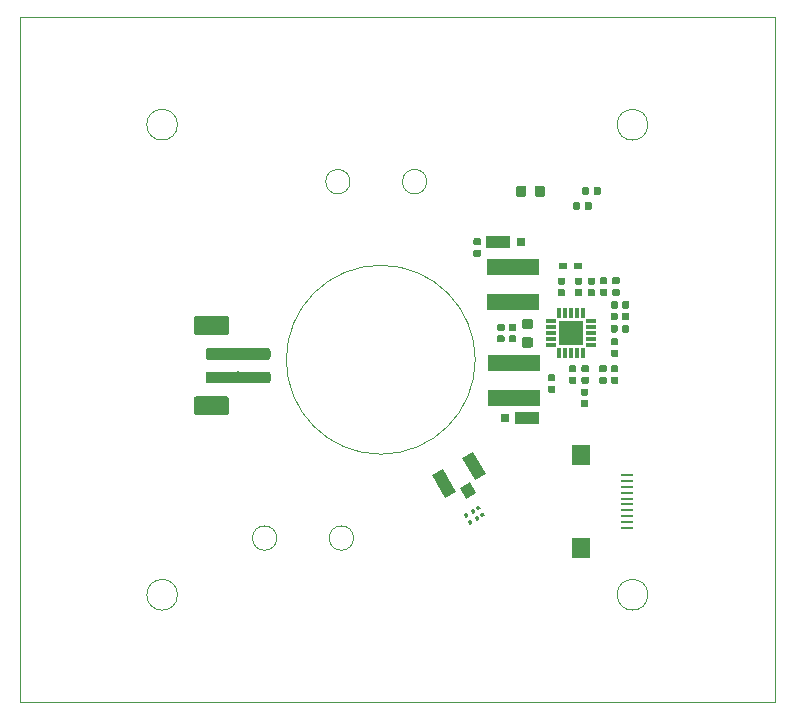
<source format=gbr>
%TF.GenerationSoftware,KiCad,Pcbnew,5.0.2-bee76a0~70~ubuntu18.04.1*%
%TF.CreationDate,2020-02-29T17:25:56-08:00*%
%TF.ProjectId,ypanel,7970616e-656c-42e6-9b69-6361645f7063,rev?*%
%TF.SameCoordinates,Original*%
%TF.FileFunction,Paste,Bot*%
%TF.FilePolarity,Positive*%
%FSLAX46Y46*%
G04 Gerber Fmt 4.6, Leading zero omitted, Abs format (unit mm)*
G04 Created by KiCad (PCBNEW 5.0.2-bee76a0~70~ubuntu18.04.1) date Sat 29 Feb 2020 05:25:56 PM PST*
%MOMM*%
%LPD*%
G01*
G04 APERTURE LIST*
%ADD10C,0.100000*%
%ADD11C,0.050000*%
%ADD12C,0.318000*%
%ADD13R,1.500000X1.700000*%
%ADD14R,1.100000X0.250000*%
%ADD15C,1.600000*%
%ADD16C,1.000000*%
%ADD17R,2.000000X1.100000*%
%ADD18R,0.800000X0.800000*%
%ADD19C,0.875000*%
%ADD20C,0.590000*%
%ADD21R,0.700000X0.500000*%
%ADD22R,2.150000X2.150000*%
%ADD23R,0.900000X0.300000*%
%ADD24R,0.300000X0.900000*%
%ADD25R,4.394200X1.435100*%
%ADD26C,1.050000*%
G04 APERTURE END LIST*
D10*
X151587000Y-99000001D02*
G75*
G03X151587000Y-99000001I-8000000J0D01*
G01*
X134779564Y-114100000D02*
G75*
G03X134779564Y-114100000I-1029564J0D01*
G01*
X141279564Y-114100000D02*
G75*
G03X141279564Y-114100000I-1029564J0D01*
G01*
X126375000Y-118900000D02*
G75*
G03X126375000Y-118900000I-1300000J0D01*
G01*
X140979564Y-83920436D02*
G75*
G03X140979564Y-83920436I-1029564J0D01*
G01*
X147479564Y-83920436D02*
G75*
G03X147479564Y-83920436I-1029564J0D01*
G01*
X176975000Y-70000000D02*
X176975000Y-128000000D01*
X166200000Y-118900000D02*
G75*
G03X166200000Y-118900000I-1300000J0D01*
G01*
D11*
X126372800Y-79100000D02*
G75*
G03X126372800Y-79100000I-1300000J0D01*
G01*
D10*
X166195000Y-79102480D02*
G75*
G03X166195000Y-79102480I-1300000J0D01*
G01*
X176975000Y-70000000D02*
X113000000Y-70000000D01*
X113000000Y-128000000D02*
X176975000Y-128000000D01*
X113000000Y-70000000D02*
X113000000Y-128000000D01*
G36*
X151879986Y-111352792D02*
X151887736Y-111353684D01*
X151895362Y-111355331D01*
X151902790Y-111357718D01*
X151909948Y-111360821D01*
X151916768Y-111364611D01*
X151923183Y-111369051D01*
X151929132Y-111374098D01*
X151934557Y-111379704D01*
X151939407Y-111385815D01*
X151943635Y-111392372D01*
X152023135Y-111530070D01*
X152026700Y-111537010D01*
X152029567Y-111544266D01*
X152031709Y-111551767D01*
X152033106Y-111559443D01*
X152033743Y-111567219D01*
X152033616Y-111575020D01*
X152032724Y-111582770D01*
X152031077Y-111590396D01*
X152028691Y-111597824D01*
X152025587Y-111604982D01*
X152021798Y-111611801D01*
X152017358Y-111618217D01*
X152012310Y-111624166D01*
X152006704Y-111629591D01*
X152000593Y-111634441D01*
X151994036Y-111638669D01*
X151819964Y-111739169D01*
X151813024Y-111742734D01*
X151805768Y-111745601D01*
X151798266Y-111747743D01*
X151790591Y-111749140D01*
X151782815Y-111749777D01*
X151775014Y-111749650D01*
X151767264Y-111748758D01*
X151759638Y-111747111D01*
X151752210Y-111744724D01*
X151745052Y-111741621D01*
X151738232Y-111737831D01*
X151731817Y-111733391D01*
X151725868Y-111728344D01*
X151720443Y-111722738D01*
X151715593Y-111716627D01*
X151711365Y-111710070D01*
X151631865Y-111572372D01*
X151628300Y-111565432D01*
X151625433Y-111558176D01*
X151623291Y-111550675D01*
X151621894Y-111542999D01*
X151621257Y-111535223D01*
X151621384Y-111527422D01*
X151622276Y-111519672D01*
X151623923Y-111512046D01*
X151626309Y-111504618D01*
X151629413Y-111497460D01*
X151633202Y-111490641D01*
X151637642Y-111484225D01*
X151642690Y-111478276D01*
X151648296Y-111472851D01*
X151654407Y-111468001D01*
X151660964Y-111463773D01*
X151835036Y-111363273D01*
X151841976Y-111359708D01*
X151849232Y-111356841D01*
X151856734Y-111354699D01*
X151864409Y-111353302D01*
X151872185Y-111352665D01*
X151879986Y-111352792D01*
X151879986Y-111352792D01*
G37*
D12*
X151827500Y-111551221D03*
D10*
G36*
X152224986Y-111950350D02*
X152232736Y-111951242D01*
X152240362Y-111952889D01*
X152247790Y-111955276D01*
X152254948Y-111958379D01*
X152261768Y-111962169D01*
X152268183Y-111966609D01*
X152274132Y-111971656D01*
X152279557Y-111977262D01*
X152284407Y-111983373D01*
X152288635Y-111989930D01*
X152368135Y-112127628D01*
X152371700Y-112134568D01*
X152374567Y-112141824D01*
X152376709Y-112149325D01*
X152378106Y-112157001D01*
X152378743Y-112164777D01*
X152378616Y-112172578D01*
X152377724Y-112180328D01*
X152376077Y-112187954D01*
X152373691Y-112195382D01*
X152370587Y-112202540D01*
X152366798Y-112209359D01*
X152362358Y-112215775D01*
X152357310Y-112221724D01*
X152351704Y-112227149D01*
X152345593Y-112231999D01*
X152339036Y-112236227D01*
X152164964Y-112336727D01*
X152158024Y-112340292D01*
X152150768Y-112343159D01*
X152143266Y-112345301D01*
X152135591Y-112346698D01*
X152127815Y-112347335D01*
X152120014Y-112347208D01*
X152112264Y-112346316D01*
X152104638Y-112344669D01*
X152097210Y-112342282D01*
X152090052Y-112339179D01*
X152083232Y-112335389D01*
X152076817Y-112330949D01*
X152070868Y-112325902D01*
X152065443Y-112320296D01*
X152060593Y-112314185D01*
X152056365Y-112307628D01*
X151976865Y-112169930D01*
X151973300Y-112162990D01*
X151970433Y-112155734D01*
X151968291Y-112148233D01*
X151966894Y-112140557D01*
X151966257Y-112132781D01*
X151966384Y-112124980D01*
X151967276Y-112117230D01*
X151968923Y-112109604D01*
X151971309Y-112102176D01*
X151974413Y-112095018D01*
X151978202Y-112088199D01*
X151982642Y-112081783D01*
X151987690Y-112075834D01*
X151993296Y-112070409D01*
X151999407Y-112065559D01*
X152005964Y-112061331D01*
X152180036Y-111960831D01*
X152186976Y-111957266D01*
X152194232Y-111954399D01*
X152201734Y-111952257D01*
X152209409Y-111950860D01*
X152217185Y-111950223D01*
X152224986Y-111950350D01*
X152224986Y-111950350D01*
G37*
D12*
X152172500Y-112148779D03*
D10*
G36*
X151175020Y-112566384D02*
X151182770Y-112567276D01*
X151190396Y-112568923D01*
X151197824Y-112571309D01*
X151204982Y-112574413D01*
X151211801Y-112578202D01*
X151218217Y-112582642D01*
X151224166Y-112587690D01*
X151229591Y-112593296D01*
X151234441Y-112599407D01*
X151238669Y-112605964D01*
X151339169Y-112780036D01*
X151342734Y-112786976D01*
X151345601Y-112794232D01*
X151347743Y-112801734D01*
X151349140Y-112809409D01*
X151349777Y-112817185D01*
X151349650Y-112824986D01*
X151348758Y-112832736D01*
X151347111Y-112840362D01*
X151344724Y-112847790D01*
X151341621Y-112854948D01*
X151337831Y-112861768D01*
X151333391Y-112868183D01*
X151328344Y-112874132D01*
X151322738Y-112879557D01*
X151316627Y-112884407D01*
X151310070Y-112888635D01*
X151172372Y-112968135D01*
X151165432Y-112971700D01*
X151158176Y-112974567D01*
X151150675Y-112976709D01*
X151142999Y-112978106D01*
X151135223Y-112978743D01*
X151127422Y-112978616D01*
X151119672Y-112977724D01*
X151112046Y-112976077D01*
X151104618Y-112973691D01*
X151097460Y-112970587D01*
X151090641Y-112966798D01*
X151084225Y-112962358D01*
X151078276Y-112957310D01*
X151072851Y-112951704D01*
X151068001Y-112945593D01*
X151063773Y-112939036D01*
X150963273Y-112764964D01*
X150959708Y-112758024D01*
X150956841Y-112750768D01*
X150954699Y-112743266D01*
X150953302Y-112735591D01*
X150952665Y-112727815D01*
X150952792Y-112720014D01*
X150953684Y-112712264D01*
X150955331Y-112704638D01*
X150957718Y-112697210D01*
X150960821Y-112690052D01*
X150964611Y-112683232D01*
X150969051Y-112676817D01*
X150974098Y-112670868D01*
X150979704Y-112665443D01*
X150985815Y-112660593D01*
X150992372Y-112656365D01*
X151130070Y-112576865D01*
X151137010Y-112573300D01*
X151144266Y-112570433D01*
X151151767Y-112568291D01*
X151159443Y-112566894D01*
X151167219Y-112566257D01*
X151175020Y-112566384D01*
X151175020Y-112566384D01*
G37*
D12*
X151151221Y-112772500D03*
D10*
G36*
X151772578Y-112221384D02*
X151780328Y-112222276D01*
X151787954Y-112223923D01*
X151795382Y-112226309D01*
X151802540Y-112229413D01*
X151809359Y-112233202D01*
X151815775Y-112237642D01*
X151821724Y-112242690D01*
X151827149Y-112248296D01*
X151831999Y-112254407D01*
X151836227Y-112260964D01*
X151936727Y-112435036D01*
X151940292Y-112441976D01*
X151943159Y-112449232D01*
X151945301Y-112456734D01*
X151946698Y-112464409D01*
X151947335Y-112472185D01*
X151947208Y-112479986D01*
X151946316Y-112487736D01*
X151944669Y-112495362D01*
X151942282Y-112502790D01*
X151939179Y-112509948D01*
X151935389Y-112516768D01*
X151930949Y-112523183D01*
X151925902Y-112529132D01*
X151920296Y-112534557D01*
X151914185Y-112539407D01*
X151907628Y-112543635D01*
X151769930Y-112623135D01*
X151762990Y-112626700D01*
X151755734Y-112629567D01*
X151748233Y-112631709D01*
X151740557Y-112633106D01*
X151732781Y-112633743D01*
X151724980Y-112633616D01*
X151717230Y-112632724D01*
X151709604Y-112631077D01*
X151702176Y-112628691D01*
X151695018Y-112625587D01*
X151688199Y-112621798D01*
X151681783Y-112617358D01*
X151675834Y-112612310D01*
X151670409Y-112606704D01*
X151665559Y-112600593D01*
X151661331Y-112594036D01*
X151560831Y-112419964D01*
X151557266Y-112413024D01*
X151554399Y-112405768D01*
X151552257Y-112398266D01*
X151550860Y-112390591D01*
X151550223Y-112382815D01*
X151550350Y-112375014D01*
X151551242Y-112367264D01*
X151552889Y-112359638D01*
X151555276Y-112352210D01*
X151558379Y-112345052D01*
X151562169Y-112338232D01*
X151566609Y-112331817D01*
X151571656Y-112325868D01*
X151577262Y-112320443D01*
X151583373Y-112315593D01*
X151589930Y-112311365D01*
X151727628Y-112231865D01*
X151734568Y-112228300D01*
X151741824Y-112225433D01*
X151749325Y-112223291D01*
X151757001Y-112221894D01*
X151764777Y-112221257D01*
X151772578Y-112221384D01*
X151772578Y-112221384D01*
G37*
D12*
X151748779Y-112427500D03*
D10*
G36*
X150825020Y-111966384D02*
X150832770Y-111967276D01*
X150840396Y-111968923D01*
X150847824Y-111971309D01*
X150854982Y-111974413D01*
X150861801Y-111978202D01*
X150868217Y-111982642D01*
X150874166Y-111987690D01*
X150879591Y-111993296D01*
X150884441Y-111999407D01*
X150888669Y-112005964D01*
X150989169Y-112180036D01*
X150992734Y-112186976D01*
X150995601Y-112194232D01*
X150997743Y-112201734D01*
X150999140Y-112209409D01*
X150999777Y-112217185D01*
X150999650Y-112224986D01*
X150998758Y-112232736D01*
X150997111Y-112240362D01*
X150994724Y-112247790D01*
X150991621Y-112254948D01*
X150987831Y-112261768D01*
X150983391Y-112268183D01*
X150978344Y-112274132D01*
X150972738Y-112279557D01*
X150966627Y-112284407D01*
X150960070Y-112288635D01*
X150822372Y-112368135D01*
X150815432Y-112371700D01*
X150808176Y-112374567D01*
X150800675Y-112376709D01*
X150792999Y-112378106D01*
X150785223Y-112378743D01*
X150777422Y-112378616D01*
X150769672Y-112377724D01*
X150762046Y-112376077D01*
X150754618Y-112373691D01*
X150747460Y-112370587D01*
X150740641Y-112366798D01*
X150734225Y-112362358D01*
X150728276Y-112357310D01*
X150722851Y-112351704D01*
X150718001Y-112345593D01*
X150713773Y-112339036D01*
X150613273Y-112164964D01*
X150609708Y-112158024D01*
X150606841Y-112150768D01*
X150604699Y-112143266D01*
X150603302Y-112135591D01*
X150602665Y-112127815D01*
X150602792Y-112120014D01*
X150603684Y-112112264D01*
X150605331Y-112104638D01*
X150607718Y-112097210D01*
X150610821Y-112090052D01*
X150614611Y-112083232D01*
X150619051Y-112076817D01*
X150624098Y-112070868D01*
X150629704Y-112065443D01*
X150635815Y-112060593D01*
X150642372Y-112056365D01*
X150780070Y-111976865D01*
X150787010Y-111973300D01*
X150794266Y-111970433D01*
X150801767Y-111968291D01*
X150809443Y-111966894D01*
X150817219Y-111966257D01*
X150825020Y-111966384D01*
X150825020Y-111966384D01*
G37*
D12*
X150801221Y-112172500D03*
D10*
G36*
X151422578Y-111621384D02*
X151430328Y-111622276D01*
X151437954Y-111623923D01*
X151445382Y-111626309D01*
X151452540Y-111629413D01*
X151459359Y-111633202D01*
X151465775Y-111637642D01*
X151471724Y-111642690D01*
X151477149Y-111648296D01*
X151481999Y-111654407D01*
X151486227Y-111660964D01*
X151586727Y-111835036D01*
X151590292Y-111841976D01*
X151593159Y-111849232D01*
X151595301Y-111856734D01*
X151596698Y-111864409D01*
X151597335Y-111872185D01*
X151597208Y-111879986D01*
X151596316Y-111887736D01*
X151594669Y-111895362D01*
X151592282Y-111902790D01*
X151589179Y-111909948D01*
X151585389Y-111916768D01*
X151580949Y-111923183D01*
X151575902Y-111929132D01*
X151570296Y-111934557D01*
X151564185Y-111939407D01*
X151557628Y-111943635D01*
X151419930Y-112023135D01*
X151412990Y-112026700D01*
X151405734Y-112029567D01*
X151398233Y-112031709D01*
X151390557Y-112033106D01*
X151382781Y-112033743D01*
X151374980Y-112033616D01*
X151367230Y-112032724D01*
X151359604Y-112031077D01*
X151352176Y-112028691D01*
X151345018Y-112025587D01*
X151338199Y-112021798D01*
X151331783Y-112017358D01*
X151325834Y-112012310D01*
X151320409Y-112006704D01*
X151315559Y-112000593D01*
X151311331Y-111994036D01*
X151210831Y-111819964D01*
X151207266Y-111813024D01*
X151204399Y-111805768D01*
X151202257Y-111798266D01*
X151200860Y-111790591D01*
X151200223Y-111782815D01*
X151200350Y-111775014D01*
X151201242Y-111767264D01*
X151202889Y-111759638D01*
X151205276Y-111752210D01*
X151208379Y-111745052D01*
X151212169Y-111738232D01*
X151216609Y-111731817D01*
X151221656Y-111725868D01*
X151227262Y-111720443D01*
X151233373Y-111715593D01*
X151239930Y-111711365D01*
X151377628Y-111631865D01*
X151384568Y-111628300D01*
X151391824Y-111625433D01*
X151399325Y-111623291D01*
X151407001Y-111621894D01*
X151414777Y-111621257D01*
X151422578Y-111621384D01*
X151422578Y-111621384D01*
G37*
D12*
X151398779Y-111827500D03*
D13*
X160550000Y-107100000D03*
X160550000Y-114900000D03*
D14*
X164450000Y-108750000D03*
X164450000Y-109250000D03*
X164450000Y-109750000D03*
X164450000Y-110250000D03*
X164450000Y-110750000D03*
X164450000Y-111250000D03*
X164450000Y-111750000D03*
X164450000Y-112250000D03*
X164450000Y-112750000D03*
X164450000Y-113250000D03*
D10*
G36*
X130524504Y-102101204D02*
X130548773Y-102104804D01*
X130572571Y-102110765D01*
X130595671Y-102119030D01*
X130617849Y-102129520D01*
X130638893Y-102142133D01*
X130658598Y-102156747D01*
X130676777Y-102173223D01*
X130693253Y-102191402D01*
X130707867Y-102211107D01*
X130720480Y-102232151D01*
X130730970Y-102254329D01*
X130739235Y-102277429D01*
X130745196Y-102301227D01*
X130748796Y-102325496D01*
X130750000Y-102350000D01*
X130750000Y-103450000D01*
X130748796Y-103474504D01*
X130745196Y-103498773D01*
X130739235Y-103522571D01*
X130730970Y-103545671D01*
X130720480Y-103567849D01*
X130707867Y-103588893D01*
X130693253Y-103608598D01*
X130676777Y-103626777D01*
X130658598Y-103643253D01*
X130638893Y-103657867D01*
X130617849Y-103670480D01*
X130595671Y-103680970D01*
X130572571Y-103689235D01*
X130548773Y-103695196D01*
X130524504Y-103698796D01*
X130500000Y-103700000D01*
X128000000Y-103700000D01*
X127975496Y-103698796D01*
X127951227Y-103695196D01*
X127927429Y-103689235D01*
X127904329Y-103680970D01*
X127882151Y-103670480D01*
X127861107Y-103657867D01*
X127841402Y-103643253D01*
X127823223Y-103626777D01*
X127806747Y-103608598D01*
X127792133Y-103588893D01*
X127779520Y-103567849D01*
X127769030Y-103545671D01*
X127760765Y-103522571D01*
X127754804Y-103498773D01*
X127751204Y-103474504D01*
X127750000Y-103450000D01*
X127750000Y-102350000D01*
X127751204Y-102325496D01*
X127754804Y-102301227D01*
X127760765Y-102277429D01*
X127769030Y-102254329D01*
X127779520Y-102232151D01*
X127792133Y-102211107D01*
X127806747Y-102191402D01*
X127823223Y-102173223D01*
X127841402Y-102156747D01*
X127861107Y-102142133D01*
X127882151Y-102129520D01*
X127904329Y-102119030D01*
X127927429Y-102110765D01*
X127951227Y-102104804D01*
X127975496Y-102101204D01*
X128000000Y-102100000D01*
X130500000Y-102100000D01*
X130524504Y-102101204D01*
X130524504Y-102101204D01*
G37*
D15*
X129250000Y-102900000D03*
D10*
G36*
X130524504Y-95301204D02*
X130548773Y-95304804D01*
X130572571Y-95310765D01*
X130595671Y-95319030D01*
X130617849Y-95329520D01*
X130638893Y-95342133D01*
X130658598Y-95356747D01*
X130676777Y-95373223D01*
X130693253Y-95391402D01*
X130707867Y-95411107D01*
X130720480Y-95432151D01*
X130730970Y-95454329D01*
X130739235Y-95477429D01*
X130745196Y-95501227D01*
X130748796Y-95525496D01*
X130750000Y-95550000D01*
X130750000Y-96650000D01*
X130748796Y-96674504D01*
X130745196Y-96698773D01*
X130739235Y-96722571D01*
X130730970Y-96745671D01*
X130720480Y-96767849D01*
X130707867Y-96788893D01*
X130693253Y-96808598D01*
X130676777Y-96826777D01*
X130658598Y-96843253D01*
X130638893Y-96857867D01*
X130617849Y-96870480D01*
X130595671Y-96880970D01*
X130572571Y-96889235D01*
X130548773Y-96895196D01*
X130524504Y-96898796D01*
X130500000Y-96900000D01*
X128000000Y-96900000D01*
X127975496Y-96898796D01*
X127951227Y-96895196D01*
X127927429Y-96889235D01*
X127904329Y-96880970D01*
X127882151Y-96870480D01*
X127861107Y-96857867D01*
X127841402Y-96843253D01*
X127823223Y-96826777D01*
X127806747Y-96808598D01*
X127792133Y-96788893D01*
X127779520Y-96767849D01*
X127769030Y-96745671D01*
X127760765Y-96722571D01*
X127754804Y-96698773D01*
X127751204Y-96674504D01*
X127750000Y-96650000D01*
X127750000Y-95550000D01*
X127751204Y-95525496D01*
X127754804Y-95501227D01*
X127760765Y-95477429D01*
X127769030Y-95454329D01*
X127779520Y-95432151D01*
X127792133Y-95411107D01*
X127806747Y-95391402D01*
X127823223Y-95373223D01*
X127841402Y-95356747D01*
X127861107Y-95342133D01*
X127882151Y-95329520D01*
X127904329Y-95319030D01*
X127927429Y-95310765D01*
X127951227Y-95304804D01*
X127975496Y-95301204D01*
X128000000Y-95300000D01*
X130500000Y-95300000D01*
X130524504Y-95301204D01*
X130524504Y-95301204D01*
G37*
D15*
X129250000Y-96100000D03*
D10*
G36*
X134024504Y-100001204D02*
X134048773Y-100004804D01*
X134072571Y-100010765D01*
X134095671Y-100019030D01*
X134117849Y-100029520D01*
X134138893Y-100042133D01*
X134158598Y-100056747D01*
X134176777Y-100073223D01*
X134193253Y-100091402D01*
X134207867Y-100111107D01*
X134220480Y-100132151D01*
X134230970Y-100154329D01*
X134239235Y-100177429D01*
X134245196Y-100201227D01*
X134248796Y-100225496D01*
X134250000Y-100250000D01*
X134250000Y-100750000D01*
X134248796Y-100774504D01*
X134245196Y-100798773D01*
X134239235Y-100822571D01*
X134230970Y-100845671D01*
X134220480Y-100867849D01*
X134207867Y-100888893D01*
X134193253Y-100908598D01*
X134176777Y-100926777D01*
X134158598Y-100943253D01*
X134138893Y-100957867D01*
X134117849Y-100970480D01*
X134095671Y-100980970D01*
X134072571Y-100989235D01*
X134048773Y-100995196D01*
X134024504Y-100998796D01*
X134000000Y-101000000D01*
X129000000Y-101000000D01*
X128975496Y-100998796D01*
X128951227Y-100995196D01*
X128927429Y-100989235D01*
X128904329Y-100980970D01*
X128882151Y-100970480D01*
X128861107Y-100957867D01*
X128841402Y-100943253D01*
X128823223Y-100926777D01*
X128806747Y-100908598D01*
X128792133Y-100888893D01*
X128779520Y-100867849D01*
X128769030Y-100845671D01*
X128760765Y-100822571D01*
X128754804Y-100798773D01*
X128751204Y-100774504D01*
X128750000Y-100750000D01*
X128750000Y-100250000D01*
X128751204Y-100225496D01*
X128754804Y-100201227D01*
X128760765Y-100177429D01*
X128769030Y-100154329D01*
X128779520Y-100132151D01*
X128792133Y-100111107D01*
X128806747Y-100091402D01*
X128823223Y-100073223D01*
X128841402Y-100056747D01*
X128861107Y-100042133D01*
X128882151Y-100029520D01*
X128904329Y-100019030D01*
X128927429Y-100010765D01*
X128951227Y-100004804D01*
X128975496Y-100001204D01*
X129000000Y-100000000D01*
X134000000Y-100000000D01*
X134024504Y-100001204D01*
X134024504Y-100001204D01*
G37*
D16*
X131500000Y-100500000D03*
D10*
G36*
X134024504Y-98001204D02*
X134048773Y-98004804D01*
X134072571Y-98010765D01*
X134095671Y-98019030D01*
X134117849Y-98029520D01*
X134138893Y-98042133D01*
X134158598Y-98056747D01*
X134176777Y-98073223D01*
X134193253Y-98091402D01*
X134207867Y-98111107D01*
X134220480Y-98132151D01*
X134230970Y-98154329D01*
X134239235Y-98177429D01*
X134245196Y-98201227D01*
X134248796Y-98225496D01*
X134250000Y-98250000D01*
X134250000Y-98750000D01*
X134248796Y-98774504D01*
X134245196Y-98798773D01*
X134239235Y-98822571D01*
X134230970Y-98845671D01*
X134220480Y-98867849D01*
X134207867Y-98888893D01*
X134193253Y-98908598D01*
X134176777Y-98926777D01*
X134158598Y-98943253D01*
X134138893Y-98957867D01*
X134117849Y-98970480D01*
X134095671Y-98980970D01*
X134072571Y-98989235D01*
X134048773Y-98995196D01*
X134024504Y-98998796D01*
X134000000Y-99000000D01*
X129000000Y-99000000D01*
X128975496Y-98998796D01*
X128951227Y-98995196D01*
X128927429Y-98989235D01*
X128904329Y-98980970D01*
X128882151Y-98970480D01*
X128861107Y-98957867D01*
X128841402Y-98943253D01*
X128823223Y-98926777D01*
X128806747Y-98908598D01*
X128792133Y-98888893D01*
X128779520Y-98867849D01*
X128769030Y-98845671D01*
X128760765Y-98822571D01*
X128754804Y-98798773D01*
X128751204Y-98774504D01*
X128750000Y-98750000D01*
X128750000Y-98250000D01*
X128751204Y-98225496D01*
X128754804Y-98201227D01*
X128760765Y-98177429D01*
X128769030Y-98154329D01*
X128779520Y-98132151D01*
X128792133Y-98111107D01*
X128806747Y-98091402D01*
X128823223Y-98073223D01*
X128841402Y-98056747D01*
X128861107Y-98042133D01*
X128882151Y-98029520D01*
X128904329Y-98019030D01*
X128927429Y-98010765D01*
X128951227Y-98004804D01*
X128975496Y-98001204D01*
X129000000Y-98000000D01*
X134000000Y-98000000D01*
X134024504Y-98001204D01*
X134024504Y-98001204D01*
G37*
D16*
X131500000Y-98500000D03*
D17*
X153523500Y-89000000D03*
D18*
X155423500Y-89000000D03*
D10*
G36*
X155713491Y-84260453D02*
X155734726Y-84263603D01*
X155755550Y-84268819D01*
X155775762Y-84276051D01*
X155795168Y-84285230D01*
X155813581Y-84296266D01*
X155830824Y-84309054D01*
X155846730Y-84323470D01*
X155861146Y-84339376D01*
X155873934Y-84356619D01*
X155884970Y-84375032D01*
X155894149Y-84394438D01*
X155901381Y-84414650D01*
X155906597Y-84435474D01*
X155909747Y-84456709D01*
X155910800Y-84478150D01*
X155910800Y-84990650D01*
X155909747Y-85012091D01*
X155906597Y-85033326D01*
X155901381Y-85054150D01*
X155894149Y-85074362D01*
X155884970Y-85093768D01*
X155873934Y-85112181D01*
X155861146Y-85129424D01*
X155846730Y-85145330D01*
X155830824Y-85159746D01*
X155813581Y-85172534D01*
X155795168Y-85183570D01*
X155775762Y-85192749D01*
X155755550Y-85199981D01*
X155734726Y-85205197D01*
X155713491Y-85208347D01*
X155692050Y-85209400D01*
X155254550Y-85209400D01*
X155233109Y-85208347D01*
X155211874Y-85205197D01*
X155191050Y-85199981D01*
X155170838Y-85192749D01*
X155151432Y-85183570D01*
X155133019Y-85172534D01*
X155115776Y-85159746D01*
X155099870Y-85145330D01*
X155085454Y-85129424D01*
X155072666Y-85112181D01*
X155061630Y-85093768D01*
X155052451Y-85074362D01*
X155045219Y-85054150D01*
X155040003Y-85033326D01*
X155036853Y-85012091D01*
X155035800Y-84990650D01*
X155035800Y-84478150D01*
X155036853Y-84456709D01*
X155040003Y-84435474D01*
X155045219Y-84414650D01*
X155052451Y-84394438D01*
X155061630Y-84375032D01*
X155072666Y-84356619D01*
X155085454Y-84339376D01*
X155099870Y-84323470D01*
X155115776Y-84309054D01*
X155133019Y-84296266D01*
X155151432Y-84285230D01*
X155170838Y-84276051D01*
X155191050Y-84268819D01*
X155211874Y-84263603D01*
X155233109Y-84260453D01*
X155254550Y-84259400D01*
X155692050Y-84259400D01*
X155713491Y-84260453D01*
X155713491Y-84260453D01*
G37*
D19*
X155473300Y-84734400D03*
D10*
G36*
X157288491Y-84260453D02*
X157309726Y-84263603D01*
X157330550Y-84268819D01*
X157350762Y-84276051D01*
X157370168Y-84285230D01*
X157388581Y-84296266D01*
X157405824Y-84309054D01*
X157421730Y-84323470D01*
X157436146Y-84339376D01*
X157448934Y-84356619D01*
X157459970Y-84375032D01*
X157469149Y-84394438D01*
X157476381Y-84414650D01*
X157481597Y-84435474D01*
X157484747Y-84456709D01*
X157485800Y-84478150D01*
X157485800Y-84990650D01*
X157484747Y-85012091D01*
X157481597Y-85033326D01*
X157476381Y-85054150D01*
X157469149Y-85074362D01*
X157459970Y-85093768D01*
X157448934Y-85112181D01*
X157436146Y-85129424D01*
X157421730Y-85145330D01*
X157405824Y-85159746D01*
X157388581Y-85172534D01*
X157370168Y-85183570D01*
X157350762Y-85192749D01*
X157330550Y-85199981D01*
X157309726Y-85205197D01*
X157288491Y-85208347D01*
X157267050Y-85209400D01*
X156829550Y-85209400D01*
X156808109Y-85208347D01*
X156786874Y-85205197D01*
X156766050Y-85199981D01*
X156745838Y-85192749D01*
X156726432Y-85183570D01*
X156708019Y-85172534D01*
X156690776Y-85159746D01*
X156674870Y-85145330D01*
X156660454Y-85129424D01*
X156647666Y-85112181D01*
X156636630Y-85093768D01*
X156627451Y-85074362D01*
X156620219Y-85054150D01*
X156615003Y-85033326D01*
X156611853Y-85012091D01*
X156610800Y-84990650D01*
X156610800Y-84478150D01*
X156611853Y-84456709D01*
X156615003Y-84435474D01*
X156620219Y-84414650D01*
X156627451Y-84394438D01*
X156636630Y-84375032D01*
X156647666Y-84356619D01*
X156660454Y-84339376D01*
X156674870Y-84323470D01*
X156690776Y-84309054D01*
X156708019Y-84296266D01*
X156726432Y-84285230D01*
X156745838Y-84276051D01*
X156766050Y-84268819D01*
X156786874Y-84263603D01*
X156808109Y-84260453D01*
X156829550Y-84259400D01*
X157267050Y-84259400D01*
X157288491Y-84260453D01*
X157288491Y-84260453D01*
G37*
D19*
X157048300Y-84734400D03*
D10*
G36*
X153936958Y-96940710D02*
X153951276Y-96942834D01*
X153965317Y-96946351D01*
X153978946Y-96951228D01*
X153992031Y-96957417D01*
X154004447Y-96964858D01*
X154016073Y-96973481D01*
X154026798Y-96983202D01*
X154036519Y-96993927D01*
X154045142Y-97005553D01*
X154052583Y-97017969D01*
X154058772Y-97031054D01*
X154063649Y-97044683D01*
X154067166Y-97058724D01*
X154069290Y-97073042D01*
X154070000Y-97087500D01*
X154070000Y-97382500D01*
X154069290Y-97396958D01*
X154067166Y-97411276D01*
X154063649Y-97425317D01*
X154058772Y-97438946D01*
X154052583Y-97452031D01*
X154045142Y-97464447D01*
X154036519Y-97476073D01*
X154026798Y-97486798D01*
X154016073Y-97496519D01*
X154004447Y-97505142D01*
X153992031Y-97512583D01*
X153978946Y-97518772D01*
X153965317Y-97523649D01*
X153951276Y-97527166D01*
X153936958Y-97529290D01*
X153922500Y-97530000D01*
X153577500Y-97530000D01*
X153563042Y-97529290D01*
X153548724Y-97527166D01*
X153534683Y-97523649D01*
X153521054Y-97518772D01*
X153507969Y-97512583D01*
X153495553Y-97505142D01*
X153483927Y-97496519D01*
X153473202Y-97486798D01*
X153463481Y-97476073D01*
X153454858Y-97464447D01*
X153447417Y-97452031D01*
X153441228Y-97438946D01*
X153436351Y-97425317D01*
X153432834Y-97411276D01*
X153430710Y-97396958D01*
X153430000Y-97382500D01*
X153430000Y-97087500D01*
X153430710Y-97073042D01*
X153432834Y-97058724D01*
X153436351Y-97044683D01*
X153441228Y-97031054D01*
X153447417Y-97017969D01*
X153454858Y-97005553D01*
X153463481Y-96993927D01*
X153473202Y-96983202D01*
X153483927Y-96973481D01*
X153495553Y-96964858D01*
X153507969Y-96957417D01*
X153521054Y-96951228D01*
X153534683Y-96946351D01*
X153548724Y-96942834D01*
X153563042Y-96940710D01*
X153577500Y-96940000D01*
X153922500Y-96940000D01*
X153936958Y-96940710D01*
X153936958Y-96940710D01*
G37*
D20*
X153750000Y-97235000D03*
D10*
G36*
X153936958Y-95970710D02*
X153951276Y-95972834D01*
X153965317Y-95976351D01*
X153978946Y-95981228D01*
X153992031Y-95987417D01*
X154004447Y-95994858D01*
X154016073Y-96003481D01*
X154026798Y-96013202D01*
X154036519Y-96023927D01*
X154045142Y-96035553D01*
X154052583Y-96047969D01*
X154058772Y-96061054D01*
X154063649Y-96074683D01*
X154067166Y-96088724D01*
X154069290Y-96103042D01*
X154070000Y-96117500D01*
X154070000Y-96412500D01*
X154069290Y-96426958D01*
X154067166Y-96441276D01*
X154063649Y-96455317D01*
X154058772Y-96468946D01*
X154052583Y-96482031D01*
X154045142Y-96494447D01*
X154036519Y-96506073D01*
X154026798Y-96516798D01*
X154016073Y-96526519D01*
X154004447Y-96535142D01*
X153992031Y-96542583D01*
X153978946Y-96548772D01*
X153965317Y-96553649D01*
X153951276Y-96557166D01*
X153936958Y-96559290D01*
X153922500Y-96560000D01*
X153577500Y-96560000D01*
X153563042Y-96559290D01*
X153548724Y-96557166D01*
X153534683Y-96553649D01*
X153521054Y-96548772D01*
X153507969Y-96542583D01*
X153495553Y-96535142D01*
X153483927Y-96526519D01*
X153473202Y-96516798D01*
X153463481Y-96506073D01*
X153454858Y-96494447D01*
X153447417Y-96482031D01*
X153441228Y-96468946D01*
X153436351Y-96455317D01*
X153432834Y-96441276D01*
X153430710Y-96426958D01*
X153430000Y-96412500D01*
X153430000Y-96117500D01*
X153430710Y-96103042D01*
X153432834Y-96088724D01*
X153436351Y-96074683D01*
X153441228Y-96061054D01*
X153447417Y-96047969D01*
X153454858Y-96035553D01*
X153463481Y-96023927D01*
X153473202Y-96013202D01*
X153483927Y-96003481D01*
X153495553Y-95994858D01*
X153507969Y-95987417D01*
X153521054Y-95981228D01*
X153534683Y-95976351D01*
X153548724Y-95972834D01*
X153563042Y-95970710D01*
X153577500Y-95970000D01*
X153922500Y-95970000D01*
X153936958Y-95970710D01*
X153936958Y-95970710D01*
G37*
D20*
X153750000Y-96265000D03*
D21*
X158999500Y-91046000D03*
X160299500Y-91046000D03*
D22*
X159670844Y-96720660D03*
D23*
X157970844Y-95720660D03*
X157970844Y-96220660D03*
X157970844Y-96720660D03*
X157970844Y-97220660D03*
X157970844Y-97720660D03*
D24*
X158670844Y-98420660D03*
X159170844Y-98420660D03*
X159670844Y-98420660D03*
X160170844Y-98420660D03*
X160670844Y-98420660D03*
D23*
X161370844Y-97720660D03*
X161370844Y-97220660D03*
X161370844Y-96720660D03*
X161370844Y-96220660D03*
X161370844Y-95720660D03*
D24*
X160670844Y-95020660D03*
X160170844Y-95020660D03*
X159670844Y-95020660D03*
X159170844Y-95020660D03*
X158670844Y-95020660D03*
D18*
X154066500Y-103936500D03*
D17*
X155966500Y-103936500D03*
D10*
G36*
X163526958Y-94030710D02*
X163541276Y-94032834D01*
X163555317Y-94036351D01*
X163568946Y-94041228D01*
X163582031Y-94047417D01*
X163594447Y-94054858D01*
X163606073Y-94063481D01*
X163616798Y-94073202D01*
X163626519Y-94083927D01*
X163635142Y-94095553D01*
X163642583Y-94107969D01*
X163648772Y-94121054D01*
X163653649Y-94134683D01*
X163657166Y-94148724D01*
X163659290Y-94163042D01*
X163660000Y-94177500D01*
X163660000Y-94522500D01*
X163659290Y-94536958D01*
X163657166Y-94551276D01*
X163653649Y-94565317D01*
X163648772Y-94578946D01*
X163642583Y-94592031D01*
X163635142Y-94604447D01*
X163626519Y-94616073D01*
X163616798Y-94626798D01*
X163606073Y-94636519D01*
X163594447Y-94645142D01*
X163582031Y-94652583D01*
X163568946Y-94658772D01*
X163555317Y-94663649D01*
X163541276Y-94667166D01*
X163526958Y-94669290D01*
X163512500Y-94670000D01*
X163217500Y-94670000D01*
X163203042Y-94669290D01*
X163188724Y-94667166D01*
X163174683Y-94663649D01*
X163161054Y-94658772D01*
X163147969Y-94652583D01*
X163135553Y-94645142D01*
X163123927Y-94636519D01*
X163113202Y-94626798D01*
X163103481Y-94616073D01*
X163094858Y-94604447D01*
X163087417Y-94592031D01*
X163081228Y-94578946D01*
X163076351Y-94565317D01*
X163072834Y-94551276D01*
X163070710Y-94536958D01*
X163070000Y-94522500D01*
X163070000Y-94177500D01*
X163070710Y-94163042D01*
X163072834Y-94148724D01*
X163076351Y-94134683D01*
X163081228Y-94121054D01*
X163087417Y-94107969D01*
X163094858Y-94095553D01*
X163103481Y-94083927D01*
X163113202Y-94073202D01*
X163123927Y-94063481D01*
X163135553Y-94054858D01*
X163147969Y-94047417D01*
X163161054Y-94041228D01*
X163174683Y-94036351D01*
X163188724Y-94032834D01*
X163203042Y-94030710D01*
X163217500Y-94030000D01*
X163512500Y-94030000D01*
X163526958Y-94030710D01*
X163526958Y-94030710D01*
G37*
D20*
X163365000Y-94350000D03*
D10*
G36*
X164496958Y-94030710D02*
X164511276Y-94032834D01*
X164525317Y-94036351D01*
X164538946Y-94041228D01*
X164552031Y-94047417D01*
X164564447Y-94054858D01*
X164576073Y-94063481D01*
X164586798Y-94073202D01*
X164596519Y-94083927D01*
X164605142Y-94095553D01*
X164612583Y-94107969D01*
X164618772Y-94121054D01*
X164623649Y-94134683D01*
X164627166Y-94148724D01*
X164629290Y-94163042D01*
X164630000Y-94177500D01*
X164630000Y-94522500D01*
X164629290Y-94536958D01*
X164627166Y-94551276D01*
X164623649Y-94565317D01*
X164618772Y-94578946D01*
X164612583Y-94592031D01*
X164605142Y-94604447D01*
X164596519Y-94616073D01*
X164586798Y-94626798D01*
X164576073Y-94636519D01*
X164564447Y-94645142D01*
X164552031Y-94652583D01*
X164538946Y-94658772D01*
X164525317Y-94663649D01*
X164511276Y-94667166D01*
X164496958Y-94669290D01*
X164482500Y-94670000D01*
X164187500Y-94670000D01*
X164173042Y-94669290D01*
X164158724Y-94667166D01*
X164144683Y-94663649D01*
X164131054Y-94658772D01*
X164117969Y-94652583D01*
X164105553Y-94645142D01*
X164093927Y-94636519D01*
X164083202Y-94626798D01*
X164073481Y-94616073D01*
X164064858Y-94604447D01*
X164057417Y-94592031D01*
X164051228Y-94578946D01*
X164046351Y-94565317D01*
X164042834Y-94551276D01*
X164040710Y-94536958D01*
X164040000Y-94522500D01*
X164040000Y-94177500D01*
X164040710Y-94163042D01*
X164042834Y-94148724D01*
X164046351Y-94134683D01*
X164051228Y-94121054D01*
X164057417Y-94107969D01*
X164064858Y-94095553D01*
X164073481Y-94083927D01*
X164083202Y-94073202D01*
X164093927Y-94063481D01*
X164105553Y-94054858D01*
X164117969Y-94047417D01*
X164131054Y-94041228D01*
X164144683Y-94036351D01*
X164158724Y-94032834D01*
X164173042Y-94030710D01*
X164187500Y-94030000D01*
X164482500Y-94030000D01*
X164496958Y-94030710D01*
X164496958Y-94030710D01*
G37*
D20*
X164335000Y-94350000D03*
D10*
G36*
X164472458Y-95030710D02*
X164486776Y-95032834D01*
X164500817Y-95036351D01*
X164514446Y-95041228D01*
X164527531Y-95047417D01*
X164539947Y-95054858D01*
X164551573Y-95063481D01*
X164562298Y-95073202D01*
X164572019Y-95083927D01*
X164580642Y-95095553D01*
X164588083Y-95107969D01*
X164594272Y-95121054D01*
X164599149Y-95134683D01*
X164602666Y-95148724D01*
X164604790Y-95163042D01*
X164605500Y-95177500D01*
X164605500Y-95522500D01*
X164604790Y-95536958D01*
X164602666Y-95551276D01*
X164599149Y-95565317D01*
X164594272Y-95578946D01*
X164588083Y-95592031D01*
X164580642Y-95604447D01*
X164572019Y-95616073D01*
X164562298Y-95626798D01*
X164551573Y-95636519D01*
X164539947Y-95645142D01*
X164527531Y-95652583D01*
X164514446Y-95658772D01*
X164500817Y-95663649D01*
X164486776Y-95667166D01*
X164472458Y-95669290D01*
X164458000Y-95670000D01*
X164163000Y-95670000D01*
X164148542Y-95669290D01*
X164134224Y-95667166D01*
X164120183Y-95663649D01*
X164106554Y-95658772D01*
X164093469Y-95652583D01*
X164081053Y-95645142D01*
X164069427Y-95636519D01*
X164058702Y-95626798D01*
X164048981Y-95616073D01*
X164040358Y-95604447D01*
X164032917Y-95592031D01*
X164026728Y-95578946D01*
X164021851Y-95565317D01*
X164018334Y-95551276D01*
X164016210Y-95536958D01*
X164015500Y-95522500D01*
X164015500Y-95177500D01*
X164016210Y-95163042D01*
X164018334Y-95148724D01*
X164021851Y-95134683D01*
X164026728Y-95121054D01*
X164032917Y-95107969D01*
X164040358Y-95095553D01*
X164048981Y-95083927D01*
X164058702Y-95073202D01*
X164069427Y-95063481D01*
X164081053Y-95054858D01*
X164093469Y-95047417D01*
X164106554Y-95041228D01*
X164120183Y-95036351D01*
X164134224Y-95032834D01*
X164148542Y-95030710D01*
X164163000Y-95030000D01*
X164458000Y-95030000D01*
X164472458Y-95030710D01*
X164472458Y-95030710D01*
G37*
D20*
X164310500Y-95350000D03*
D10*
G36*
X163502458Y-95030710D02*
X163516776Y-95032834D01*
X163530817Y-95036351D01*
X163544446Y-95041228D01*
X163557531Y-95047417D01*
X163569947Y-95054858D01*
X163581573Y-95063481D01*
X163592298Y-95073202D01*
X163602019Y-95083927D01*
X163610642Y-95095553D01*
X163618083Y-95107969D01*
X163624272Y-95121054D01*
X163629149Y-95134683D01*
X163632666Y-95148724D01*
X163634790Y-95163042D01*
X163635500Y-95177500D01*
X163635500Y-95522500D01*
X163634790Y-95536958D01*
X163632666Y-95551276D01*
X163629149Y-95565317D01*
X163624272Y-95578946D01*
X163618083Y-95592031D01*
X163610642Y-95604447D01*
X163602019Y-95616073D01*
X163592298Y-95626798D01*
X163581573Y-95636519D01*
X163569947Y-95645142D01*
X163557531Y-95652583D01*
X163544446Y-95658772D01*
X163530817Y-95663649D01*
X163516776Y-95667166D01*
X163502458Y-95669290D01*
X163488000Y-95670000D01*
X163193000Y-95670000D01*
X163178542Y-95669290D01*
X163164224Y-95667166D01*
X163150183Y-95663649D01*
X163136554Y-95658772D01*
X163123469Y-95652583D01*
X163111053Y-95645142D01*
X163099427Y-95636519D01*
X163088702Y-95626798D01*
X163078981Y-95616073D01*
X163070358Y-95604447D01*
X163062917Y-95592031D01*
X163056728Y-95578946D01*
X163051851Y-95565317D01*
X163048334Y-95551276D01*
X163046210Y-95536958D01*
X163045500Y-95522500D01*
X163045500Y-95177500D01*
X163046210Y-95163042D01*
X163048334Y-95148724D01*
X163051851Y-95134683D01*
X163056728Y-95121054D01*
X163062917Y-95107969D01*
X163070358Y-95095553D01*
X163078981Y-95083927D01*
X163088702Y-95073202D01*
X163099427Y-95063481D01*
X163111053Y-95054858D01*
X163123469Y-95047417D01*
X163136554Y-95041228D01*
X163150183Y-95036351D01*
X163164224Y-95032834D01*
X163178542Y-95030710D01*
X163193000Y-95030000D01*
X163488000Y-95030000D01*
X163502458Y-95030710D01*
X163502458Y-95030710D01*
G37*
D20*
X163340500Y-95350000D03*
D10*
G36*
X162636958Y-92990710D02*
X162651276Y-92992834D01*
X162665317Y-92996351D01*
X162678946Y-93001228D01*
X162692031Y-93007417D01*
X162704447Y-93014858D01*
X162716073Y-93023481D01*
X162726798Y-93033202D01*
X162736519Y-93043927D01*
X162745142Y-93055553D01*
X162752583Y-93067969D01*
X162758772Y-93081054D01*
X162763649Y-93094683D01*
X162767166Y-93108724D01*
X162769290Y-93123042D01*
X162770000Y-93137500D01*
X162770000Y-93432500D01*
X162769290Y-93446958D01*
X162767166Y-93461276D01*
X162763649Y-93475317D01*
X162758772Y-93488946D01*
X162752583Y-93502031D01*
X162745142Y-93514447D01*
X162736519Y-93526073D01*
X162726798Y-93536798D01*
X162716073Y-93546519D01*
X162704447Y-93555142D01*
X162692031Y-93562583D01*
X162678946Y-93568772D01*
X162665317Y-93573649D01*
X162651276Y-93577166D01*
X162636958Y-93579290D01*
X162622500Y-93580000D01*
X162277500Y-93580000D01*
X162263042Y-93579290D01*
X162248724Y-93577166D01*
X162234683Y-93573649D01*
X162221054Y-93568772D01*
X162207969Y-93562583D01*
X162195553Y-93555142D01*
X162183927Y-93546519D01*
X162173202Y-93536798D01*
X162163481Y-93526073D01*
X162154858Y-93514447D01*
X162147417Y-93502031D01*
X162141228Y-93488946D01*
X162136351Y-93475317D01*
X162132834Y-93461276D01*
X162130710Y-93446958D01*
X162130000Y-93432500D01*
X162130000Y-93137500D01*
X162130710Y-93123042D01*
X162132834Y-93108724D01*
X162136351Y-93094683D01*
X162141228Y-93081054D01*
X162147417Y-93067969D01*
X162154858Y-93055553D01*
X162163481Y-93043927D01*
X162173202Y-93033202D01*
X162183927Y-93023481D01*
X162195553Y-93014858D01*
X162207969Y-93007417D01*
X162221054Y-93001228D01*
X162234683Y-92996351D01*
X162248724Y-92992834D01*
X162263042Y-92990710D01*
X162277500Y-92990000D01*
X162622500Y-92990000D01*
X162636958Y-92990710D01*
X162636958Y-92990710D01*
G37*
D20*
X162450000Y-93285000D03*
D10*
G36*
X162636958Y-92020710D02*
X162651276Y-92022834D01*
X162665317Y-92026351D01*
X162678946Y-92031228D01*
X162692031Y-92037417D01*
X162704447Y-92044858D01*
X162716073Y-92053481D01*
X162726798Y-92063202D01*
X162736519Y-92073927D01*
X162745142Y-92085553D01*
X162752583Y-92097969D01*
X162758772Y-92111054D01*
X162763649Y-92124683D01*
X162767166Y-92138724D01*
X162769290Y-92153042D01*
X162770000Y-92167500D01*
X162770000Y-92462500D01*
X162769290Y-92476958D01*
X162767166Y-92491276D01*
X162763649Y-92505317D01*
X162758772Y-92518946D01*
X162752583Y-92532031D01*
X162745142Y-92544447D01*
X162736519Y-92556073D01*
X162726798Y-92566798D01*
X162716073Y-92576519D01*
X162704447Y-92585142D01*
X162692031Y-92592583D01*
X162678946Y-92598772D01*
X162665317Y-92603649D01*
X162651276Y-92607166D01*
X162636958Y-92609290D01*
X162622500Y-92610000D01*
X162277500Y-92610000D01*
X162263042Y-92609290D01*
X162248724Y-92607166D01*
X162234683Y-92603649D01*
X162221054Y-92598772D01*
X162207969Y-92592583D01*
X162195553Y-92585142D01*
X162183927Y-92576519D01*
X162173202Y-92566798D01*
X162163481Y-92556073D01*
X162154858Y-92544447D01*
X162147417Y-92532031D01*
X162141228Y-92518946D01*
X162136351Y-92505317D01*
X162132834Y-92491276D01*
X162130710Y-92476958D01*
X162130000Y-92462500D01*
X162130000Y-92167500D01*
X162130710Y-92153042D01*
X162132834Y-92138724D01*
X162136351Y-92124683D01*
X162141228Y-92111054D01*
X162147417Y-92097969D01*
X162154858Y-92085553D01*
X162163481Y-92073927D01*
X162173202Y-92063202D01*
X162183927Y-92053481D01*
X162195553Y-92044858D01*
X162207969Y-92037417D01*
X162221054Y-92031228D01*
X162234683Y-92026351D01*
X162248724Y-92022834D01*
X162263042Y-92020710D01*
X162277500Y-92020000D01*
X162622500Y-92020000D01*
X162636958Y-92020710D01*
X162636958Y-92020710D01*
G37*
D20*
X162450000Y-92315000D03*
D10*
G36*
X154936958Y-96931370D02*
X154951276Y-96933494D01*
X154965317Y-96937011D01*
X154978946Y-96941888D01*
X154992031Y-96948077D01*
X155004447Y-96955518D01*
X155016073Y-96964141D01*
X155026798Y-96973862D01*
X155036519Y-96984587D01*
X155045142Y-96996213D01*
X155052583Y-97008629D01*
X155058772Y-97021714D01*
X155063649Y-97035343D01*
X155067166Y-97049384D01*
X155069290Y-97063702D01*
X155070000Y-97078160D01*
X155070000Y-97373160D01*
X155069290Y-97387618D01*
X155067166Y-97401936D01*
X155063649Y-97415977D01*
X155058772Y-97429606D01*
X155052583Y-97442691D01*
X155045142Y-97455107D01*
X155036519Y-97466733D01*
X155026798Y-97477458D01*
X155016073Y-97487179D01*
X155004447Y-97495802D01*
X154992031Y-97503243D01*
X154978946Y-97509432D01*
X154965317Y-97514309D01*
X154951276Y-97517826D01*
X154936958Y-97519950D01*
X154922500Y-97520660D01*
X154577500Y-97520660D01*
X154563042Y-97519950D01*
X154548724Y-97517826D01*
X154534683Y-97514309D01*
X154521054Y-97509432D01*
X154507969Y-97503243D01*
X154495553Y-97495802D01*
X154483927Y-97487179D01*
X154473202Y-97477458D01*
X154463481Y-97466733D01*
X154454858Y-97455107D01*
X154447417Y-97442691D01*
X154441228Y-97429606D01*
X154436351Y-97415977D01*
X154432834Y-97401936D01*
X154430710Y-97387618D01*
X154430000Y-97373160D01*
X154430000Y-97078160D01*
X154430710Y-97063702D01*
X154432834Y-97049384D01*
X154436351Y-97035343D01*
X154441228Y-97021714D01*
X154447417Y-97008629D01*
X154454858Y-96996213D01*
X154463481Y-96984587D01*
X154473202Y-96973862D01*
X154483927Y-96964141D01*
X154495553Y-96955518D01*
X154507969Y-96948077D01*
X154521054Y-96941888D01*
X154534683Y-96937011D01*
X154548724Y-96933494D01*
X154563042Y-96931370D01*
X154577500Y-96930660D01*
X154922500Y-96930660D01*
X154936958Y-96931370D01*
X154936958Y-96931370D01*
G37*
D20*
X154750000Y-97225660D03*
D10*
G36*
X154936958Y-95961370D02*
X154951276Y-95963494D01*
X154965317Y-95967011D01*
X154978946Y-95971888D01*
X154992031Y-95978077D01*
X155004447Y-95985518D01*
X155016073Y-95994141D01*
X155026798Y-96003862D01*
X155036519Y-96014587D01*
X155045142Y-96026213D01*
X155052583Y-96038629D01*
X155058772Y-96051714D01*
X155063649Y-96065343D01*
X155067166Y-96079384D01*
X155069290Y-96093702D01*
X155070000Y-96108160D01*
X155070000Y-96403160D01*
X155069290Y-96417618D01*
X155067166Y-96431936D01*
X155063649Y-96445977D01*
X155058772Y-96459606D01*
X155052583Y-96472691D01*
X155045142Y-96485107D01*
X155036519Y-96496733D01*
X155026798Y-96507458D01*
X155016073Y-96517179D01*
X155004447Y-96525802D01*
X154992031Y-96533243D01*
X154978946Y-96539432D01*
X154965317Y-96544309D01*
X154951276Y-96547826D01*
X154936958Y-96549950D01*
X154922500Y-96550660D01*
X154577500Y-96550660D01*
X154563042Y-96549950D01*
X154548724Y-96547826D01*
X154534683Y-96544309D01*
X154521054Y-96539432D01*
X154507969Y-96533243D01*
X154495553Y-96525802D01*
X154483927Y-96517179D01*
X154473202Y-96507458D01*
X154463481Y-96496733D01*
X154454858Y-96485107D01*
X154447417Y-96472691D01*
X154441228Y-96459606D01*
X154436351Y-96445977D01*
X154432834Y-96431936D01*
X154430710Y-96417618D01*
X154430000Y-96403160D01*
X154430000Y-96108160D01*
X154430710Y-96093702D01*
X154432834Y-96079384D01*
X154436351Y-96065343D01*
X154441228Y-96051714D01*
X154447417Y-96038629D01*
X154454858Y-96026213D01*
X154463481Y-96014587D01*
X154473202Y-96003862D01*
X154483927Y-95994141D01*
X154495553Y-95985518D01*
X154507969Y-95978077D01*
X154521054Y-95971888D01*
X154534683Y-95967011D01*
X154548724Y-95963494D01*
X154563042Y-95961370D01*
X154577500Y-95960660D01*
X154922500Y-95960660D01*
X154936958Y-95961370D01*
X154936958Y-95961370D01*
G37*
D20*
X154750000Y-96255660D03*
D10*
G36*
X163502458Y-96060710D02*
X163516776Y-96062834D01*
X163530817Y-96066351D01*
X163544446Y-96071228D01*
X163557531Y-96077417D01*
X163569947Y-96084858D01*
X163581573Y-96093481D01*
X163592298Y-96103202D01*
X163602019Y-96113927D01*
X163610642Y-96125553D01*
X163618083Y-96137969D01*
X163624272Y-96151054D01*
X163629149Y-96164683D01*
X163632666Y-96178724D01*
X163634790Y-96193042D01*
X163635500Y-96207500D01*
X163635500Y-96552500D01*
X163634790Y-96566958D01*
X163632666Y-96581276D01*
X163629149Y-96595317D01*
X163624272Y-96608946D01*
X163618083Y-96622031D01*
X163610642Y-96634447D01*
X163602019Y-96646073D01*
X163592298Y-96656798D01*
X163581573Y-96666519D01*
X163569947Y-96675142D01*
X163557531Y-96682583D01*
X163544446Y-96688772D01*
X163530817Y-96693649D01*
X163516776Y-96697166D01*
X163502458Y-96699290D01*
X163488000Y-96700000D01*
X163193000Y-96700000D01*
X163178542Y-96699290D01*
X163164224Y-96697166D01*
X163150183Y-96693649D01*
X163136554Y-96688772D01*
X163123469Y-96682583D01*
X163111053Y-96675142D01*
X163099427Y-96666519D01*
X163088702Y-96656798D01*
X163078981Y-96646073D01*
X163070358Y-96634447D01*
X163062917Y-96622031D01*
X163056728Y-96608946D01*
X163051851Y-96595317D01*
X163048334Y-96581276D01*
X163046210Y-96566958D01*
X163045500Y-96552500D01*
X163045500Y-96207500D01*
X163046210Y-96193042D01*
X163048334Y-96178724D01*
X163051851Y-96164683D01*
X163056728Y-96151054D01*
X163062917Y-96137969D01*
X163070358Y-96125553D01*
X163078981Y-96113927D01*
X163088702Y-96103202D01*
X163099427Y-96093481D01*
X163111053Y-96084858D01*
X163123469Y-96077417D01*
X163136554Y-96071228D01*
X163150183Y-96066351D01*
X163164224Y-96062834D01*
X163178542Y-96060710D01*
X163193000Y-96060000D01*
X163488000Y-96060000D01*
X163502458Y-96060710D01*
X163502458Y-96060710D01*
G37*
D20*
X163340500Y-96380000D03*
D10*
G36*
X164472458Y-96060710D02*
X164486776Y-96062834D01*
X164500817Y-96066351D01*
X164514446Y-96071228D01*
X164527531Y-96077417D01*
X164539947Y-96084858D01*
X164551573Y-96093481D01*
X164562298Y-96103202D01*
X164572019Y-96113927D01*
X164580642Y-96125553D01*
X164588083Y-96137969D01*
X164594272Y-96151054D01*
X164599149Y-96164683D01*
X164602666Y-96178724D01*
X164604790Y-96193042D01*
X164605500Y-96207500D01*
X164605500Y-96552500D01*
X164604790Y-96566958D01*
X164602666Y-96581276D01*
X164599149Y-96595317D01*
X164594272Y-96608946D01*
X164588083Y-96622031D01*
X164580642Y-96634447D01*
X164572019Y-96646073D01*
X164562298Y-96656798D01*
X164551573Y-96666519D01*
X164539947Y-96675142D01*
X164527531Y-96682583D01*
X164514446Y-96688772D01*
X164500817Y-96693649D01*
X164486776Y-96697166D01*
X164472458Y-96699290D01*
X164458000Y-96700000D01*
X164163000Y-96700000D01*
X164148542Y-96699290D01*
X164134224Y-96697166D01*
X164120183Y-96693649D01*
X164106554Y-96688772D01*
X164093469Y-96682583D01*
X164081053Y-96675142D01*
X164069427Y-96666519D01*
X164058702Y-96656798D01*
X164048981Y-96646073D01*
X164040358Y-96634447D01*
X164032917Y-96622031D01*
X164026728Y-96608946D01*
X164021851Y-96595317D01*
X164018334Y-96581276D01*
X164016210Y-96566958D01*
X164015500Y-96552500D01*
X164015500Y-96207500D01*
X164016210Y-96193042D01*
X164018334Y-96178724D01*
X164021851Y-96164683D01*
X164026728Y-96151054D01*
X164032917Y-96137969D01*
X164040358Y-96125553D01*
X164048981Y-96113927D01*
X164058702Y-96103202D01*
X164069427Y-96093481D01*
X164081053Y-96084858D01*
X164093469Y-96077417D01*
X164106554Y-96071228D01*
X164120183Y-96066351D01*
X164134224Y-96062834D01*
X164148542Y-96060710D01*
X164163000Y-96060000D01*
X164458000Y-96060000D01*
X164472458Y-96060710D01*
X164472458Y-96060710D01*
G37*
D20*
X164310500Y-96380000D03*
D10*
G36*
X162586958Y-100440710D02*
X162601276Y-100442834D01*
X162615317Y-100446351D01*
X162628946Y-100451228D01*
X162642031Y-100457417D01*
X162654447Y-100464858D01*
X162666073Y-100473481D01*
X162676798Y-100483202D01*
X162686519Y-100493927D01*
X162695142Y-100505553D01*
X162702583Y-100517969D01*
X162708772Y-100531054D01*
X162713649Y-100544683D01*
X162717166Y-100558724D01*
X162719290Y-100573042D01*
X162720000Y-100587500D01*
X162720000Y-100882500D01*
X162719290Y-100896958D01*
X162717166Y-100911276D01*
X162713649Y-100925317D01*
X162708772Y-100938946D01*
X162702583Y-100952031D01*
X162695142Y-100964447D01*
X162686519Y-100976073D01*
X162676798Y-100986798D01*
X162666073Y-100996519D01*
X162654447Y-101005142D01*
X162642031Y-101012583D01*
X162628946Y-101018772D01*
X162615317Y-101023649D01*
X162601276Y-101027166D01*
X162586958Y-101029290D01*
X162572500Y-101030000D01*
X162227500Y-101030000D01*
X162213042Y-101029290D01*
X162198724Y-101027166D01*
X162184683Y-101023649D01*
X162171054Y-101018772D01*
X162157969Y-101012583D01*
X162145553Y-101005142D01*
X162133927Y-100996519D01*
X162123202Y-100986798D01*
X162113481Y-100976073D01*
X162104858Y-100964447D01*
X162097417Y-100952031D01*
X162091228Y-100938946D01*
X162086351Y-100925317D01*
X162082834Y-100911276D01*
X162080710Y-100896958D01*
X162080000Y-100882500D01*
X162080000Y-100587500D01*
X162080710Y-100573042D01*
X162082834Y-100558724D01*
X162086351Y-100544683D01*
X162091228Y-100531054D01*
X162097417Y-100517969D01*
X162104858Y-100505553D01*
X162113481Y-100493927D01*
X162123202Y-100483202D01*
X162133927Y-100473481D01*
X162145553Y-100464858D01*
X162157969Y-100457417D01*
X162171054Y-100451228D01*
X162184683Y-100446351D01*
X162198724Y-100442834D01*
X162213042Y-100440710D01*
X162227500Y-100440000D01*
X162572500Y-100440000D01*
X162586958Y-100440710D01*
X162586958Y-100440710D01*
G37*
D20*
X162400000Y-100735000D03*
D10*
G36*
X162586958Y-99470710D02*
X162601276Y-99472834D01*
X162615317Y-99476351D01*
X162628946Y-99481228D01*
X162642031Y-99487417D01*
X162654447Y-99494858D01*
X162666073Y-99503481D01*
X162676798Y-99513202D01*
X162686519Y-99523927D01*
X162695142Y-99535553D01*
X162702583Y-99547969D01*
X162708772Y-99561054D01*
X162713649Y-99574683D01*
X162717166Y-99588724D01*
X162719290Y-99603042D01*
X162720000Y-99617500D01*
X162720000Y-99912500D01*
X162719290Y-99926958D01*
X162717166Y-99941276D01*
X162713649Y-99955317D01*
X162708772Y-99968946D01*
X162702583Y-99982031D01*
X162695142Y-99994447D01*
X162686519Y-100006073D01*
X162676798Y-100016798D01*
X162666073Y-100026519D01*
X162654447Y-100035142D01*
X162642031Y-100042583D01*
X162628946Y-100048772D01*
X162615317Y-100053649D01*
X162601276Y-100057166D01*
X162586958Y-100059290D01*
X162572500Y-100060000D01*
X162227500Y-100060000D01*
X162213042Y-100059290D01*
X162198724Y-100057166D01*
X162184683Y-100053649D01*
X162171054Y-100048772D01*
X162157969Y-100042583D01*
X162145553Y-100035142D01*
X162133927Y-100026519D01*
X162123202Y-100016798D01*
X162113481Y-100006073D01*
X162104858Y-99994447D01*
X162097417Y-99982031D01*
X162091228Y-99968946D01*
X162086351Y-99955317D01*
X162082834Y-99941276D01*
X162080710Y-99926958D01*
X162080000Y-99912500D01*
X162080000Y-99617500D01*
X162080710Y-99603042D01*
X162082834Y-99588724D01*
X162086351Y-99574683D01*
X162091228Y-99561054D01*
X162097417Y-99547969D01*
X162104858Y-99535553D01*
X162113481Y-99523927D01*
X162123202Y-99513202D01*
X162133927Y-99503481D01*
X162145553Y-99494858D01*
X162157969Y-99487417D01*
X162171054Y-99481228D01*
X162184683Y-99476351D01*
X162198724Y-99472834D01*
X162213042Y-99470710D01*
X162227500Y-99470000D01*
X162572500Y-99470000D01*
X162586958Y-99470710D01*
X162586958Y-99470710D01*
G37*
D20*
X162400000Y-99765000D03*
D10*
G36*
X163567958Y-99474210D02*
X163582276Y-99476334D01*
X163596317Y-99479851D01*
X163609946Y-99484728D01*
X163623031Y-99490917D01*
X163635447Y-99498358D01*
X163647073Y-99506981D01*
X163657798Y-99516702D01*
X163667519Y-99527427D01*
X163676142Y-99539053D01*
X163683583Y-99551469D01*
X163689772Y-99564554D01*
X163694649Y-99578183D01*
X163698166Y-99592224D01*
X163700290Y-99606542D01*
X163701000Y-99621000D01*
X163701000Y-99916000D01*
X163700290Y-99930458D01*
X163698166Y-99944776D01*
X163694649Y-99958817D01*
X163689772Y-99972446D01*
X163683583Y-99985531D01*
X163676142Y-99997947D01*
X163667519Y-100009573D01*
X163657798Y-100020298D01*
X163647073Y-100030019D01*
X163635447Y-100038642D01*
X163623031Y-100046083D01*
X163609946Y-100052272D01*
X163596317Y-100057149D01*
X163582276Y-100060666D01*
X163567958Y-100062790D01*
X163553500Y-100063500D01*
X163208500Y-100063500D01*
X163194042Y-100062790D01*
X163179724Y-100060666D01*
X163165683Y-100057149D01*
X163152054Y-100052272D01*
X163138969Y-100046083D01*
X163126553Y-100038642D01*
X163114927Y-100030019D01*
X163104202Y-100020298D01*
X163094481Y-100009573D01*
X163085858Y-99997947D01*
X163078417Y-99985531D01*
X163072228Y-99972446D01*
X163067351Y-99958817D01*
X163063834Y-99944776D01*
X163061710Y-99930458D01*
X163061000Y-99916000D01*
X163061000Y-99621000D01*
X163061710Y-99606542D01*
X163063834Y-99592224D01*
X163067351Y-99578183D01*
X163072228Y-99564554D01*
X163078417Y-99551469D01*
X163085858Y-99539053D01*
X163094481Y-99527427D01*
X163104202Y-99516702D01*
X163114927Y-99506981D01*
X163126553Y-99498358D01*
X163138969Y-99490917D01*
X163152054Y-99484728D01*
X163165683Y-99479851D01*
X163179724Y-99476334D01*
X163194042Y-99474210D01*
X163208500Y-99473500D01*
X163553500Y-99473500D01*
X163567958Y-99474210D01*
X163567958Y-99474210D01*
G37*
D20*
X163381000Y-99768500D03*
D10*
G36*
X163567958Y-100444210D02*
X163582276Y-100446334D01*
X163596317Y-100449851D01*
X163609946Y-100454728D01*
X163623031Y-100460917D01*
X163635447Y-100468358D01*
X163647073Y-100476981D01*
X163657798Y-100486702D01*
X163667519Y-100497427D01*
X163676142Y-100509053D01*
X163683583Y-100521469D01*
X163689772Y-100534554D01*
X163694649Y-100548183D01*
X163698166Y-100562224D01*
X163700290Y-100576542D01*
X163701000Y-100591000D01*
X163701000Y-100886000D01*
X163700290Y-100900458D01*
X163698166Y-100914776D01*
X163694649Y-100928817D01*
X163689772Y-100942446D01*
X163683583Y-100955531D01*
X163676142Y-100967947D01*
X163667519Y-100979573D01*
X163657798Y-100990298D01*
X163647073Y-101000019D01*
X163635447Y-101008642D01*
X163623031Y-101016083D01*
X163609946Y-101022272D01*
X163596317Y-101027149D01*
X163582276Y-101030666D01*
X163567958Y-101032790D01*
X163553500Y-101033500D01*
X163208500Y-101033500D01*
X163194042Y-101032790D01*
X163179724Y-101030666D01*
X163165683Y-101027149D01*
X163152054Y-101022272D01*
X163138969Y-101016083D01*
X163126553Y-101008642D01*
X163114927Y-101000019D01*
X163104202Y-100990298D01*
X163094481Y-100979573D01*
X163085858Y-100967947D01*
X163078417Y-100955531D01*
X163072228Y-100942446D01*
X163067351Y-100928817D01*
X163063834Y-100914776D01*
X163061710Y-100900458D01*
X163061000Y-100886000D01*
X163061000Y-100591000D01*
X163061710Y-100576542D01*
X163063834Y-100562224D01*
X163067351Y-100548183D01*
X163072228Y-100534554D01*
X163078417Y-100521469D01*
X163085858Y-100509053D01*
X163094481Y-100497427D01*
X163104202Y-100486702D01*
X163114927Y-100476981D01*
X163126553Y-100468358D01*
X163138969Y-100460917D01*
X163152054Y-100454728D01*
X163165683Y-100449851D01*
X163179724Y-100446334D01*
X163194042Y-100444210D01*
X163208500Y-100443500D01*
X163553500Y-100443500D01*
X163567958Y-100444210D01*
X163567958Y-100444210D01*
G37*
D20*
X163381000Y-100738500D03*
D10*
G36*
X161086958Y-99470710D02*
X161101276Y-99472834D01*
X161115317Y-99476351D01*
X161128946Y-99481228D01*
X161142031Y-99487417D01*
X161154447Y-99494858D01*
X161166073Y-99503481D01*
X161176798Y-99513202D01*
X161186519Y-99523927D01*
X161195142Y-99535553D01*
X161202583Y-99547969D01*
X161208772Y-99561054D01*
X161213649Y-99574683D01*
X161217166Y-99588724D01*
X161219290Y-99603042D01*
X161220000Y-99617500D01*
X161220000Y-99912500D01*
X161219290Y-99926958D01*
X161217166Y-99941276D01*
X161213649Y-99955317D01*
X161208772Y-99968946D01*
X161202583Y-99982031D01*
X161195142Y-99994447D01*
X161186519Y-100006073D01*
X161176798Y-100016798D01*
X161166073Y-100026519D01*
X161154447Y-100035142D01*
X161142031Y-100042583D01*
X161128946Y-100048772D01*
X161115317Y-100053649D01*
X161101276Y-100057166D01*
X161086958Y-100059290D01*
X161072500Y-100060000D01*
X160727500Y-100060000D01*
X160713042Y-100059290D01*
X160698724Y-100057166D01*
X160684683Y-100053649D01*
X160671054Y-100048772D01*
X160657969Y-100042583D01*
X160645553Y-100035142D01*
X160633927Y-100026519D01*
X160623202Y-100016798D01*
X160613481Y-100006073D01*
X160604858Y-99994447D01*
X160597417Y-99982031D01*
X160591228Y-99968946D01*
X160586351Y-99955317D01*
X160582834Y-99941276D01*
X160580710Y-99926958D01*
X160580000Y-99912500D01*
X160580000Y-99617500D01*
X160580710Y-99603042D01*
X160582834Y-99588724D01*
X160586351Y-99574683D01*
X160591228Y-99561054D01*
X160597417Y-99547969D01*
X160604858Y-99535553D01*
X160613481Y-99523927D01*
X160623202Y-99513202D01*
X160633927Y-99503481D01*
X160645553Y-99494858D01*
X160657969Y-99487417D01*
X160671054Y-99481228D01*
X160684683Y-99476351D01*
X160698724Y-99472834D01*
X160713042Y-99470710D01*
X160727500Y-99470000D01*
X161072500Y-99470000D01*
X161086958Y-99470710D01*
X161086958Y-99470710D01*
G37*
D20*
X160900000Y-99765000D03*
D10*
G36*
X161086958Y-100440710D02*
X161101276Y-100442834D01*
X161115317Y-100446351D01*
X161128946Y-100451228D01*
X161142031Y-100457417D01*
X161154447Y-100464858D01*
X161166073Y-100473481D01*
X161176798Y-100483202D01*
X161186519Y-100493927D01*
X161195142Y-100505553D01*
X161202583Y-100517969D01*
X161208772Y-100531054D01*
X161213649Y-100544683D01*
X161217166Y-100558724D01*
X161219290Y-100573042D01*
X161220000Y-100587500D01*
X161220000Y-100882500D01*
X161219290Y-100896958D01*
X161217166Y-100911276D01*
X161213649Y-100925317D01*
X161208772Y-100938946D01*
X161202583Y-100952031D01*
X161195142Y-100964447D01*
X161186519Y-100976073D01*
X161176798Y-100986798D01*
X161166073Y-100996519D01*
X161154447Y-101005142D01*
X161142031Y-101012583D01*
X161128946Y-101018772D01*
X161115317Y-101023649D01*
X161101276Y-101027166D01*
X161086958Y-101029290D01*
X161072500Y-101030000D01*
X160727500Y-101030000D01*
X160713042Y-101029290D01*
X160698724Y-101027166D01*
X160684683Y-101023649D01*
X160671054Y-101018772D01*
X160657969Y-101012583D01*
X160645553Y-101005142D01*
X160633927Y-100996519D01*
X160623202Y-100986798D01*
X160613481Y-100976073D01*
X160604858Y-100964447D01*
X160597417Y-100952031D01*
X160591228Y-100938946D01*
X160586351Y-100925317D01*
X160582834Y-100911276D01*
X160580710Y-100896958D01*
X160580000Y-100882500D01*
X160580000Y-100587500D01*
X160580710Y-100573042D01*
X160582834Y-100558724D01*
X160586351Y-100544683D01*
X160591228Y-100531054D01*
X160597417Y-100517969D01*
X160604858Y-100505553D01*
X160613481Y-100493927D01*
X160623202Y-100483202D01*
X160633927Y-100473481D01*
X160645553Y-100464858D01*
X160657969Y-100457417D01*
X160671054Y-100451228D01*
X160684683Y-100446351D01*
X160698724Y-100442834D01*
X160713042Y-100440710D01*
X160727500Y-100440000D01*
X161072500Y-100440000D01*
X161086958Y-100440710D01*
X161086958Y-100440710D01*
G37*
D20*
X160900000Y-100735000D03*
D10*
G36*
X163567958Y-97188210D02*
X163582276Y-97190334D01*
X163596317Y-97193851D01*
X163609946Y-97198728D01*
X163623031Y-97204917D01*
X163635447Y-97212358D01*
X163647073Y-97220981D01*
X163657798Y-97230702D01*
X163667519Y-97241427D01*
X163676142Y-97253053D01*
X163683583Y-97265469D01*
X163689772Y-97278554D01*
X163694649Y-97292183D01*
X163698166Y-97306224D01*
X163700290Y-97320542D01*
X163701000Y-97335000D01*
X163701000Y-97630000D01*
X163700290Y-97644458D01*
X163698166Y-97658776D01*
X163694649Y-97672817D01*
X163689772Y-97686446D01*
X163683583Y-97699531D01*
X163676142Y-97711947D01*
X163667519Y-97723573D01*
X163657798Y-97734298D01*
X163647073Y-97744019D01*
X163635447Y-97752642D01*
X163623031Y-97760083D01*
X163609946Y-97766272D01*
X163596317Y-97771149D01*
X163582276Y-97774666D01*
X163567958Y-97776790D01*
X163553500Y-97777500D01*
X163208500Y-97777500D01*
X163194042Y-97776790D01*
X163179724Y-97774666D01*
X163165683Y-97771149D01*
X163152054Y-97766272D01*
X163138969Y-97760083D01*
X163126553Y-97752642D01*
X163114927Y-97744019D01*
X163104202Y-97734298D01*
X163094481Y-97723573D01*
X163085858Y-97711947D01*
X163078417Y-97699531D01*
X163072228Y-97686446D01*
X163067351Y-97672817D01*
X163063834Y-97658776D01*
X163061710Y-97644458D01*
X163061000Y-97630000D01*
X163061000Y-97335000D01*
X163061710Y-97320542D01*
X163063834Y-97306224D01*
X163067351Y-97292183D01*
X163072228Y-97278554D01*
X163078417Y-97265469D01*
X163085858Y-97253053D01*
X163094481Y-97241427D01*
X163104202Y-97230702D01*
X163114927Y-97220981D01*
X163126553Y-97212358D01*
X163138969Y-97204917D01*
X163152054Y-97198728D01*
X163165683Y-97193851D01*
X163179724Y-97190334D01*
X163194042Y-97188210D01*
X163208500Y-97187500D01*
X163553500Y-97187500D01*
X163567958Y-97188210D01*
X163567958Y-97188210D01*
G37*
D20*
X163381000Y-97482500D03*
D10*
G36*
X163567958Y-98158210D02*
X163582276Y-98160334D01*
X163596317Y-98163851D01*
X163609946Y-98168728D01*
X163623031Y-98174917D01*
X163635447Y-98182358D01*
X163647073Y-98190981D01*
X163657798Y-98200702D01*
X163667519Y-98211427D01*
X163676142Y-98223053D01*
X163683583Y-98235469D01*
X163689772Y-98248554D01*
X163694649Y-98262183D01*
X163698166Y-98276224D01*
X163700290Y-98290542D01*
X163701000Y-98305000D01*
X163701000Y-98600000D01*
X163700290Y-98614458D01*
X163698166Y-98628776D01*
X163694649Y-98642817D01*
X163689772Y-98656446D01*
X163683583Y-98669531D01*
X163676142Y-98681947D01*
X163667519Y-98693573D01*
X163657798Y-98704298D01*
X163647073Y-98714019D01*
X163635447Y-98722642D01*
X163623031Y-98730083D01*
X163609946Y-98736272D01*
X163596317Y-98741149D01*
X163582276Y-98744666D01*
X163567958Y-98746790D01*
X163553500Y-98747500D01*
X163208500Y-98747500D01*
X163194042Y-98746790D01*
X163179724Y-98744666D01*
X163165683Y-98741149D01*
X163152054Y-98736272D01*
X163138969Y-98730083D01*
X163126553Y-98722642D01*
X163114927Y-98714019D01*
X163104202Y-98704298D01*
X163094481Y-98693573D01*
X163085858Y-98681947D01*
X163078417Y-98669531D01*
X163072228Y-98656446D01*
X163067351Y-98642817D01*
X163063834Y-98628776D01*
X163061710Y-98614458D01*
X163061000Y-98600000D01*
X163061000Y-98305000D01*
X163061710Y-98290542D01*
X163063834Y-98276224D01*
X163067351Y-98262183D01*
X163072228Y-98248554D01*
X163078417Y-98235469D01*
X163085858Y-98223053D01*
X163094481Y-98211427D01*
X163104202Y-98200702D01*
X163114927Y-98190981D01*
X163126553Y-98182358D01*
X163138969Y-98174917D01*
X163152054Y-98168728D01*
X163165683Y-98163851D01*
X163179724Y-98160334D01*
X163194042Y-98158210D01*
X163208500Y-98157500D01*
X163553500Y-98157500D01*
X163567958Y-98158210D01*
X163567958Y-98158210D01*
G37*
D20*
X163381000Y-98452500D03*
D10*
G36*
X160519958Y-92044710D02*
X160534276Y-92046834D01*
X160548317Y-92050351D01*
X160561946Y-92055228D01*
X160575031Y-92061417D01*
X160587447Y-92068858D01*
X160599073Y-92077481D01*
X160609798Y-92087202D01*
X160619519Y-92097927D01*
X160628142Y-92109553D01*
X160635583Y-92121969D01*
X160641772Y-92135054D01*
X160646649Y-92148683D01*
X160650166Y-92162724D01*
X160652290Y-92177042D01*
X160653000Y-92191500D01*
X160653000Y-92486500D01*
X160652290Y-92500958D01*
X160650166Y-92515276D01*
X160646649Y-92529317D01*
X160641772Y-92542946D01*
X160635583Y-92556031D01*
X160628142Y-92568447D01*
X160619519Y-92580073D01*
X160609798Y-92590798D01*
X160599073Y-92600519D01*
X160587447Y-92609142D01*
X160575031Y-92616583D01*
X160561946Y-92622772D01*
X160548317Y-92627649D01*
X160534276Y-92631166D01*
X160519958Y-92633290D01*
X160505500Y-92634000D01*
X160160500Y-92634000D01*
X160146042Y-92633290D01*
X160131724Y-92631166D01*
X160117683Y-92627649D01*
X160104054Y-92622772D01*
X160090969Y-92616583D01*
X160078553Y-92609142D01*
X160066927Y-92600519D01*
X160056202Y-92590798D01*
X160046481Y-92580073D01*
X160037858Y-92568447D01*
X160030417Y-92556031D01*
X160024228Y-92542946D01*
X160019351Y-92529317D01*
X160015834Y-92515276D01*
X160013710Y-92500958D01*
X160013000Y-92486500D01*
X160013000Y-92191500D01*
X160013710Y-92177042D01*
X160015834Y-92162724D01*
X160019351Y-92148683D01*
X160024228Y-92135054D01*
X160030417Y-92121969D01*
X160037858Y-92109553D01*
X160046481Y-92097927D01*
X160056202Y-92087202D01*
X160066927Y-92077481D01*
X160078553Y-92068858D01*
X160090969Y-92061417D01*
X160104054Y-92055228D01*
X160117683Y-92050351D01*
X160131724Y-92046834D01*
X160146042Y-92044710D01*
X160160500Y-92044000D01*
X160505500Y-92044000D01*
X160519958Y-92044710D01*
X160519958Y-92044710D01*
G37*
D20*
X160333000Y-92339000D03*
D10*
G36*
X160519958Y-93014710D02*
X160534276Y-93016834D01*
X160548317Y-93020351D01*
X160561946Y-93025228D01*
X160575031Y-93031417D01*
X160587447Y-93038858D01*
X160599073Y-93047481D01*
X160609798Y-93057202D01*
X160619519Y-93067927D01*
X160628142Y-93079553D01*
X160635583Y-93091969D01*
X160641772Y-93105054D01*
X160646649Y-93118683D01*
X160650166Y-93132724D01*
X160652290Y-93147042D01*
X160653000Y-93161500D01*
X160653000Y-93456500D01*
X160652290Y-93470958D01*
X160650166Y-93485276D01*
X160646649Y-93499317D01*
X160641772Y-93512946D01*
X160635583Y-93526031D01*
X160628142Y-93538447D01*
X160619519Y-93550073D01*
X160609798Y-93560798D01*
X160599073Y-93570519D01*
X160587447Y-93579142D01*
X160575031Y-93586583D01*
X160561946Y-93592772D01*
X160548317Y-93597649D01*
X160534276Y-93601166D01*
X160519958Y-93603290D01*
X160505500Y-93604000D01*
X160160500Y-93604000D01*
X160146042Y-93603290D01*
X160131724Y-93601166D01*
X160117683Y-93597649D01*
X160104054Y-93592772D01*
X160090969Y-93586583D01*
X160078553Y-93579142D01*
X160066927Y-93570519D01*
X160056202Y-93560798D01*
X160046481Y-93550073D01*
X160037858Y-93538447D01*
X160030417Y-93526031D01*
X160024228Y-93512946D01*
X160019351Y-93499317D01*
X160015834Y-93485276D01*
X160013710Y-93470958D01*
X160013000Y-93456500D01*
X160013000Y-93161500D01*
X160013710Y-93147042D01*
X160015834Y-93132724D01*
X160019351Y-93118683D01*
X160024228Y-93105054D01*
X160030417Y-93091969D01*
X160037858Y-93079553D01*
X160046481Y-93067927D01*
X160056202Y-93057202D01*
X160066927Y-93047481D01*
X160078553Y-93038858D01*
X160090969Y-93031417D01*
X160104054Y-93025228D01*
X160117683Y-93020351D01*
X160131724Y-93016834D01*
X160146042Y-93014710D01*
X160160500Y-93014000D01*
X160505500Y-93014000D01*
X160519958Y-93014710D01*
X160519958Y-93014710D01*
G37*
D20*
X160333000Y-93309000D03*
D10*
G36*
X163686958Y-92990710D02*
X163701276Y-92992834D01*
X163715317Y-92996351D01*
X163728946Y-93001228D01*
X163742031Y-93007417D01*
X163754447Y-93014858D01*
X163766073Y-93023481D01*
X163776798Y-93033202D01*
X163786519Y-93043927D01*
X163795142Y-93055553D01*
X163802583Y-93067969D01*
X163808772Y-93081054D01*
X163813649Y-93094683D01*
X163817166Y-93108724D01*
X163819290Y-93123042D01*
X163820000Y-93137500D01*
X163820000Y-93432500D01*
X163819290Y-93446958D01*
X163817166Y-93461276D01*
X163813649Y-93475317D01*
X163808772Y-93488946D01*
X163802583Y-93502031D01*
X163795142Y-93514447D01*
X163786519Y-93526073D01*
X163776798Y-93536798D01*
X163766073Y-93546519D01*
X163754447Y-93555142D01*
X163742031Y-93562583D01*
X163728946Y-93568772D01*
X163715317Y-93573649D01*
X163701276Y-93577166D01*
X163686958Y-93579290D01*
X163672500Y-93580000D01*
X163327500Y-93580000D01*
X163313042Y-93579290D01*
X163298724Y-93577166D01*
X163284683Y-93573649D01*
X163271054Y-93568772D01*
X163257969Y-93562583D01*
X163245553Y-93555142D01*
X163233927Y-93546519D01*
X163223202Y-93536798D01*
X163213481Y-93526073D01*
X163204858Y-93514447D01*
X163197417Y-93502031D01*
X163191228Y-93488946D01*
X163186351Y-93475317D01*
X163182834Y-93461276D01*
X163180710Y-93446958D01*
X163180000Y-93432500D01*
X163180000Y-93137500D01*
X163180710Y-93123042D01*
X163182834Y-93108724D01*
X163186351Y-93094683D01*
X163191228Y-93081054D01*
X163197417Y-93067969D01*
X163204858Y-93055553D01*
X163213481Y-93043927D01*
X163223202Y-93033202D01*
X163233927Y-93023481D01*
X163245553Y-93014858D01*
X163257969Y-93007417D01*
X163271054Y-93001228D01*
X163284683Y-92996351D01*
X163298724Y-92992834D01*
X163313042Y-92990710D01*
X163327500Y-92990000D01*
X163672500Y-92990000D01*
X163686958Y-92990710D01*
X163686958Y-92990710D01*
G37*
D20*
X163500000Y-93285000D03*
D10*
G36*
X163686958Y-92020710D02*
X163701276Y-92022834D01*
X163715317Y-92026351D01*
X163728946Y-92031228D01*
X163742031Y-92037417D01*
X163754447Y-92044858D01*
X163766073Y-92053481D01*
X163776798Y-92063202D01*
X163786519Y-92073927D01*
X163795142Y-92085553D01*
X163802583Y-92097969D01*
X163808772Y-92111054D01*
X163813649Y-92124683D01*
X163817166Y-92138724D01*
X163819290Y-92153042D01*
X163820000Y-92167500D01*
X163820000Y-92462500D01*
X163819290Y-92476958D01*
X163817166Y-92491276D01*
X163813649Y-92505317D01*
X163808772Y-92518946D01*
X163802583Y-92532031D01*
X163795142Y-92544447D01*
X163786519Y-92556073D01*
X163776798Y-92566798D01*
X163766073Y-92576519D01*
X163754447Y-92585142D01*
X163742031Y-92592583D01*
X163728946Y-92598772D01*
X163715317Y-92603649D01*
X163701276Y-92607166D01*
X163686958Y-92609290D01*
X163672500Y-92610000D01*
X163327500Y-92610000D01*
X163313042Y-92609290D01*
X163298724Y-92607166D01*
X163284683Y-92603649D01*
X163271054Y-92598772D01*
X163257969Y-92592583D01*
X163245553Y-92585142D01*
X163233927Y-92576519D01*
X163223202Y-92566798D01*
X163213481Y-92556073D01*
X163204858Y-92544447D01*
X163197417Y-92532031D01*
X163191228Y-92518946D01*
X163186351Y-92505317D01*
X163182834Y-92491276D01*
X163180710Y-92476958D01*
X163180000Y-92462500D01*
X163180000Y-92167500D01*
X163180710Y-92153042D01*
X163182834Y-92138724D01*
X163186351Y-92124683D01*
X163191228Y-92111054D01*
X163197417Y-92097969D01*
X163204858Y-92085553D01*
X163213481Y-92073927D01*
X163223202Y-92063202D01*
X163233927Y-92053481D01*
X163245553Y-92044858D01*
X163257969Y-92037417D01*
X163271054Y-92031228D01*
X163284683Y-92026351D01*
X163298724Y-92022834D01*
X163313042Y-92020710D01*
X163327500Y-92020000D01*
X163672500Y-92020000D01*
X163686958Y-92020710D01*
X163686958Y-92020710D01*
G37*
D20*
X163500000Y-92315000D03*
D10*
G36*
X161093958Y-84389710D02*
X161108276Y-84391834D01*
X161122317Y-84395351D01*
X161135946Y-84400228D01*
X161149031Y-84406417D01*
X161161447Y-84413858D01*
X161173073Y-84422481D01*
X161183798Y-84432202D01*
X161193519Y-84442927D01*
X161202142Y-84454553D01*
X161209583Y-84466969D01*
X161215772Y-84480054D01*
X161220649Y-84493683D01*
X161224166Y-84507724D01*
X161226290Y-84522042D01*
X161227000Y-84536500D01*
X161227000Y-84881500D01*
X161226290Y-84895958D01*
X161224166Y-84910276D01*
X161220649Y-84924317D01*
X161215772Y-84937946D01*
X161209583Y-84951031D01*
X161202142Y-84963447D01*
X161193519Y-84975073D01*
X161183798Y-84985798D01*
X161173073Y-84995519D01*
X161161447Y-85004142D01*
X161149031Y-85011583D01*
X161135946Y-85017772D01*
X161122317Y-85022649D01*
X161108276Y-85026166D01*
X161093958Y-85028290D01*
X161079500Y-85029000D01*
X160784500Y-85029000D01*
X160770042Y-85028290D01*
X160755724Y-85026166D01*
X160741683Y-85022649D01*
X160728054Y-85017772D01*
X160714969Y-85011583D01*
X160702553Y-85004142D01*
X160690927Y-84995519D01*
X160680202Y-84985798D01*
X160670481Y-84975073D01*
X160661858Y-84963447D01*
X160654417Y-84951031D01*
X160648228Y-84937946D01*
X160643351Y-84924317D01*
X160639834Y-84910276D01*
X160637710Y-84895958D01*
X160637000Y-84881500D01*
X160637000Y-84536500D01*
X160637710Y-84522042D01*
X160639834Y-84507724D01*
X160643351Y-84493683D01*
X160648228Y-84480054D01*
X160654417Y-84466969D01*
X160661858Y-84454553D01*
X160670481Y-84442927D01*
X160680202Y-84432202D01*
X160690927Y-84422481D01*
X160702553Y-84413858D01*
X160714969Y-84406417D01*
X160728054Y-84400228D01*
X160741683Y-84395351D01*
X160755724Y-84391834D01*
X160770042Y-84389710D01*
X160784500Y-84389000D01*
X161079500Y-84389000D01*
X161093958Y-84389710D01*
X161093958Y-84389710D01*
G37*
D20*
X160932000Y-84709000D03*
D10*
G36*
X162063958Y-84389710D02*
X162078276Y-84391834D01*
X162092317Y-84395351D01*
X162105946Y-84400228D01*
X162119031Y-84406417D01*
X162131447Y-84413858D01*
X162143073Y-84422481D01*
X162153798Y-84432202D01*
X162163519Y-84442927D01*
X162172142Y-84454553D01*
X162179583Y-84466969D01*
X162185772Y-84480054D01*
X162190649Y-84493683D01*
X162194166Y-84507724D01*
X162196290Y-84522042D01*
X162197000Y-84536500D01*
X162197000Y-84881500D01*
X162196290Y-84895958D01*
X162194166Y-84910276D01*
X162190649Y-84924317D01*
X162185772Y-84937946D01*
X162179583Y-84951031D01*
X162172142Y-84963447D01*
X162163519Y-84975073D01*
X162153798Y-84985798D01*
X162143073Y-84995519D01*
X162131447Y-85004142D01*
X162119031Y-85011583D01*
X162105946Y-85017772D01*
X162092317Y-85022649D01*
X162078276Y-85026166D01*
X162063958Y-85028290D01*
X162049500Y-85029000D01*
X161754500Y-85029000D01*
X161740042Y-85028290D01*
X161725724Y-85026166D01*
X161711683Y-85022649D01*
X161698054Y-85017772D01*
X161684969Y-85011583D01*
X161672553Y-85004142D01*
X161660927Y-84995519D01*
X161650202Y-84985798D01*
X161640481Y-84975073D01*
X161631858Y-84963447D01*
X161624417Y-84951031D01*
X161618228Y-84937946D01*
X161613351Y-84924317D01*
X161609834Y-84910276D01*
X161607710Y-84895958D01*
X161607000Y-84881500D01*
X161607000Y-84536500D01*
X161607710Y-84522042D01*
X161609834Y-84507724D01*
X161613351Y-84493683D01*
X161618228Y-84480054D01*
X161624417Y-84466969D01*
X161631858Y-84454553D01*
X161640481Y-84442927D01*
X161650202Y-84432202D01*
X161660927Y-84422481D01*
X161672553Y-84413858D01*
X161684969Y-84406417D01*
X161698054Y-84400228D01*
X161711683Y-84395351D01*
X161725724Y-84391834D01*
X161740042Y-84389710D01*
X161754500Y-84389000D01*
X162049500Y-84389000D01*
X162063958Y-84389710D01*
X162063958Y-84389710D01*
G37*
D20*
X161902000Y-84709000D03*
D10*
G36*
X160331958Y-85659710D02*
X160346276Y-85661834D01*
X160360317Y-85665351D01*
X160373946Y-85670228D01*
X160387031Y-85676417D01*
X160399447Y-85683858D01*
X160411073Y-85692481D01*
X160421798Y-85702202D01*
X160431519Y-85712927D01*
X160440142Y-85724553D01*
X160447583Y-85736969D01*
X160453772Y-85750054D01*
X160458649Y-85763683D01*
X160462166Y-85777724D01*
X160464290Y-85792042D01*
X160465000Y-85806500D01*
X160465000Y-86151500D01*
X160464290Y-86165958D01*
X160462166Y-86180276D01*
X160458649Y-86194317D01*
X160453772Y-86207946D01*
X160447583Y-86221031D01*
X160440142Y-86233447D01*
X160431519Y-86245073D01*
X160421798Y-86255798D01*
X160411073Y-86265519D01*
X160399447Y-86274142D01*
X160387031Y-86281583D01*
X160373946Y-86287772D01*
X160360317Y-86292649D01*
X160346276Y-86296166D01*
X160331958Y-86298290D01*
X160317500Y-86299000D01*
X160022500Y-86299000D01*
X160008042Y-86298290D01*
X159993724Y-86296166D01*
X159979683Y-86292649D01*
X159966054Y-86287772D01*
X159952969Y-86281583D01*
X159940553Y-86274142D01*
X159928927Y-86265519D01*
X159918202Y-86255798D01*
X159908481Y-86245073D01*
X159899858Y-86233447D01*
X159892417Y-86221031D01*
X159886228Y-86207946D01*
X159881351Y-86194317D01*
X159877834Y-86180276D01*
X159875710Y-86165958D01*
X159875000Y-86151500D01*
X159875000Y-85806500D01*
X159875710Y-85792042D01*
X159877834Y-85777724D01*
X159881351Y-85763683D01*
X159886228Y-85750054D01*
X159892417Y-85736969D01*
X159899858Y-85724553D01*
X159908481Y-85712927D01*
X159918202Y-85702202D01*
X159928927Y-85692481D01*
X159940553Y-85683858D01*
X159952969Y-85676417D01*
X159966054Y-85670228D01*
X159979683Y-85665351D01*
X159993724Y-85661834D01*
X160008042Y-85659710D01*
X160022500Y-85659000D01*
X160317500Y-85659000D01*
X160331958Y-85659710D01*
X160331958Y-85659710D01*
G37*
D20*
X160170000Y-85979000D03*
D10*
G36*
X161301958Y-85659710D02*
X161316276Y-85661834D01*
X161330317Y-85665351D01*
X161343946Y-85670228D01*
X161357031Y-85676417D01*
X161369447Y-85683858D01*
X161381073Y-85692481D01*
X161391798Y-85702202D01*
X161401519Y-85712927D01*
X161410142Y-85724553D01*
X161417583Y-85736969D01*
X161423772Y-85750054D01*
X161428649Y-85763683D01*
X161432166Y-85777724D01*
X161434290Y-85792042D01*
X161435000Y-85806500D01*
X161435000Y-86151500D01*
X161434290Y-86165958D01*
X161432166Y-86180276D01*
X161428649Y-86194317D01*
X161423772Y-86207946D01*
X161417583Y-86221031D01*
X161410142Y-86233447D01*
X161401519Y-86245073D01*
X161391798Y-86255798D01*
X161381073Y-86265519D01*
X161369447Y-86274142D01*
X161357031Y-86281583D01*
X161343946Y-86287772D01*
X161330317Y-86292649D01*
X161316276Y-86296166D01*
X161301958Y-86298290D01*
X161287500Y-86299000D01*
X160992500Y-86299000D01*
X160978042Y-86298290D01*
X160963724Y-86296166D01*
X160949683Y-86292649D01*
X160936054Y-86287772D01*
X160922969Y-86281583D01*
X160910553Y-86274142D01*
X160898927Y-86265519D01*
X160888202Y-86255798D01*
X160878481Y-86245073D01*
X160869858Y-86233447D01*
X160862417Y-86221031D01*
X160856228Y-86207946D01*
X160851351Y-86194317D01*
X160847834Y-86180276D01*
X160845710Y-86165958D01*
X160845000Y-86151500D01*
X160845000Y-85806500D01*
X160845710Y-85792042D01*
X160847834Y-85777724D01*
X160851351Y-85763683D01*
X160856228Y-85750054D01*
X160862417Y-85736969D01*
X160869858Y-85724553D01*
X160878481Y-85712927D01*
X160888202Y-85702202D01*
X160898927Y-85692481D01*
X160910553Y-85683858D01*
X160922969Y-85676417D01*
X160936054Y-85670228D01*
X160949683Y-85665351D01*
X160963724Y-85661834D01*
X160978042Y-85659710D01*
X160992500Y-85659000D01*
X161287500Y-85659000D01*
X161301958Y-85659710D01*
X161301958Y-85659710D01*
G37*
D20*
X161140000Y-85979000D03*
D10*
G36*
X160011958Y-100444210D02*
X160026276Y-100446334D01*
X160040317Y-100449851D01*
X160053946Y-100454728D01*
X160067031Y-100460917D01*
X160079447Y-100468358D01*
X160091073Y-100476981D01*
X160101798Y-100486702D01*
X160111519Y-100497427D01*
X160120142Y-100509053D01*
X160127583Y-100521469D01*
X160133772Y-100534554D01*
X160138649Y-100548183D01*
X160142166Y-100562224D01*
X160144290Y-100576542D01*
X160145000Y-100591000D01*
X160145000Y-100886000D01*
X160144290Y-100900458D01*
X160142166Y-100914776D01*
X160138649Y-100928817D01*
X160133772Y-100942446D01*
X160127583Y-100955531D01*
X160120142Y-100967947D01*
X160111519Y-100979573D01*
X160101798Y-100990298D01*
X160091073Y-101000019D01*
X160079447Y-101008642D01*
X160067031Y-101016083D01*
X160053946Y-101022272D01*
X160040317Y-101027149D01*
X160026276Y-101030666D01*
X160011958Y-101032790D01*
X159997500Y-101033500D01*
X159652500Y-101033500D01*
X159638042Y-101032790D01*
X159623724Y-101030666D01*
X159609683Y-101027149D01*
X159596054Y-101022272D01*
X159582969Y-101016083D01*
X159570553Y-101008642D01*
X159558927Y-101000019D01*
X159548202Y-100990298D01*
X159538481Y-100979573D01*
X159529858Y-100967947D01*
X159522417Y-100955531D01*
X159516228Y-100942446D01*
X159511351Y-100928817D01*
X159507834Y-100914776D01*
X159505710Y-100900458D01*
X159505000Y-100886000D01*
X159505000Y-100591000D01*
X159505710Y-100576542D01*
X159507834Y-100562224D01*
X159511351Y-100548183D01*
X159516228Y-100534554D01*
X159522417Y-100521469D01*
X159529858Y-100509053D01*
X159538481Y-100497427D01*
X159548202Y-100486702D01*
X159558927Y-100476981D01*
X159570553Y-100468358D01*
X159582969Y-100460917D01*
X159596054Y-100454728D01*
X159609683Y-100449851D01*
X159623724Y-100446334D01*
X159638042Y-100444210D01*
X159652500Y-100443500D01*
X159997500Y-100443500D01*
X160011958Y-100444210D01*
X160011958Y-100444210D01*
G37*
D20*
X159825000Y-100738500D03*
D10*
G36*
X160011958Y-99474210D02*
X160026276Y-99476334D01*
X160040317Y-99479851D01*
X160053946Y-99484728D01*
X160067031Y-99490917D01*
X160079447Y-99498358D01*
X160091073Y-99506981D01*
X160101798Y-99516702D01*
X160111519Y-99527427D01*
X160120142Y-99539053D01*
X160127583Y-99551469D01*
X160133772Y-99564554D01*
X160138649Y-99578183D01*
X160142166Y-99592224D01*
X160144290Y-99606542D01*
X160145000Y-99621000D01*
X160145000Y-99916000D01*
X160144290Y-99930458D01*
X160142166Y-99944776D01*
X160138649Y-99958817D01*
X160133772Y-99972446D01*
X160127583Y-99985531D01*
X160120142Y-99997947D01*
X160111519Y-100009573D01*
X160101798Y-100020298D01*
X160091073Y-100030019D01*
X160079447Y-100038642D01*
X160067031Y-100046083D01*
X160053946Y-100052272D01*
X160040317Y-100057149D01*
X160026276Y-100060666D01*
X160011958Y-100062790D01*
X159997500Y-100063500D01*
X159652500Y-100063500D01*
X159638042Y-100062790D01*
X159623724Y-100060666D01*
X159609683Y-100057149D01*
X159596054Y-100052272D01*
X159582969Y-100046083D01*
X159570553Y-100038642D01*
X159558927Y-100030019D01*
X159548202Y-100020298D01*
X159538481Y-100009573D01*
X159529858Y-99997947D01*
X159522417Y-99985531D01*
X159516228Y-99972446D01*
X159511351Y-99958817D01*
X159507834Y-99944776D01*
X159505710Y-99930458D01*
X159505000Y-99916000D01*
X159505000Y-99621000D01*
X159505710Y-99606542D01*
X159507834Y-99592224D01*
X159511351Y-99578183D01*
X159516228Y-99564554D01*
X159522417Y-99551469D01*
X159529858Y-99539053D01*
X159538481Y-99527427D01*
X159548202Y-99516702D01*
X159558927Y-99506981D01*
X159570553Y-99498358D01*
X159582969Y-99490917D01*
X159596054Y-99484728D01*
X159609683Y-99479851D01*
X159623724Y-99476334D01*
X159638042Y-99474210D01*
X159652500Y-99473500D01*
X159997500Y-99473500D01*
X160011958Y-99474210D01*
X160011958Y-99474210D01*
G37*
D20*
X159825000Y-99768500D03*
D25*
X154841520Y-102229550D03*
X154841520Y-99270450D03*
X154808500Y-94113050D03*
X154808500Y-91153950D03*
D10*
G36*
X156277691Y-97101053D02*
X156298926Y-97104203D01*
X156319750Y-97109419D01*
X156339962Y-97116651D01*
X156359368Y-97125830D01*
X156377781Y-97136866D01*
X156395024Y-97149654D01*
X156410930Y-97164070D01*
X156425346Y-97179976D01*
X156438134Y-97197219D01*
X156449170Y-97215632D01*
X156458349Y-97235038D01*
X156465581Y-97255250D01*
X156470797Y-97276074D01*
X156473947Y-97297309D01*
X156475000Y-97318750D01*
X156475000Y-97756250D01*
X156473947Y-97777691D01*
X156470797Y-97798926D01*
X156465581Y-97819750D01*
X156458349Y-97839962D01*
X156449170Y-97859368D01*
X156438134Y-97877781D01*
X156425346Y-97895024D01*
X156410930Y-97910930D01*
X156395024Y-97925346D01*
X156377781Y-97938134D01*
X156359368Y-97949170D01*
X156339962Y-97958349D01*
X156319750Y-97965581D01*
X156298926Y-97970797D01*
X156277691Y-97973947D01*
X156256250Y-97975000D01*
X155743750Y-97975000D01*
X155722309Y-97973947D01*
X155701074Y-97970797D01*
X155680250Y-97965581D01*
X155660038Y-97958349D01*
X155640632Y-97949170D01*
X155622219Y-97938134D01*
X155604976Y-97925346D01*
X155589070Y-97910930D01*
X155574654Y-97895024D01*
X155561866Y-97877781D01*
X155550830Y-97859368D01*
X155541651Y-97839962D01*
X155534419Y-97819750D01*
X155529203Y-97798926D01*
X155526053Y-97777691D01*
X155525000Y-97756250D01*
X155525000Y-97318750D01*
X155526053Y-97297309D01*
X155529203Y-97276074D01*
X155534419Y-97255250D01*
X155541651Y-97235038D01*
X155550830Y-97215632D01*
X155561866Y-97197219D01*
X155574654Y-97179976D01*
X155589070Y-97164070D01*
X155604976Y-97149654D01*
X155622219Y-97136866D01*
X155640632Y-97125830D01*
X155660038Y-97116651D01*
X155680250Y-97109419D01*
X155701074Y-97104203D01*
X155722309Y-97101053D01*
X155743750Y-97100000D01*
X156256250Y-97100000D01*
X156277691Y-97101053D01*
X156277691Y-97101053D01*
G37*
D19*
X156000000Y-97537500D03*
D10*
G36*
X156277691Y-95526053D02*
X156298926Y-95529203D01*
X156319750Y-95534419D01*
X156339962Y-95541651D01*
X156359368Y-95550830D01*
X156377781Y-95561866D01*
X156395024Y-95574654D01*
X156410930Y-95589070D01*
X156425346Y-95604976D01*
X156438134Y-95622219D01*
X156449170Y-95640632D01*
X156458349Y-95660038D01*
X156465581Y-95680250D01*
X156470797Y-95701074D01*
X156473947Y-95722309D01*
X156475000Y-95743750D01*
X156475000Y-96181250D01*
X156473947Y-96202691D01*
X156470797Y-96223926D01*
X156465581Y-96244750D01*
X156458349Y-96264962D01*
X156449170Y-96284368D01*
X156438134Y-96302781D01*
X156425346Y-96320024D01*
X156410930Y-96335930D01*
X156395024Y-96350346D01*
X156377781Y-96363134D01*
X156359368Y-96374170D01*
X156339962Y-96383349D01*
X156319750Y-96390581D01*
X156298926Y-96395797D01*
X156277691Y-96398947D01*
X156256250Y-96400000D01*
X155743750Y-96400000D01*
X155722309Y-96398947D01*
X155701074Y-96395797D01*
X155680250Y-96390581D01*
X155660038Y-96383349D01*
X155640632Y-96374170D01*
X155622219Y-96363134D01*
X155604976Y-96350346D01*
X155589070Y-96335930D01*
X155574654Y-96320024D01*
X155561866Y-96302781D01*
X155550830Y-96284368D01*
X155541651Y-96264962D01*
X155534419Y-96244750D01*
X155529203Y-96223926D01*
X155526053Y-96202691D01*
X155525000Y-96181250D01*
X155525000Y-95743750D01*
X155526053Y-95722309D01*
X155529203Y-95701074D01*
X155534419Y-95680250D01*
X155541651Y-95660038D01*
X155550830Y-95640632D01*
X155561866Y-95622219D01*
X155574654Y-95604976D01*
X155589070Y-95589070D01*
X155604976Y-95574654D01*
X155622219Y-95561866D01*
X155640632Y-95550830D01*
X155660038Y-95541651D01*
X155680250Y-95534419D01*
X155701074Y-95529203D01*
X155722309Y-95526053D01*
X155743750Y-95525000D01*
X156256250Y-95525000D01*
X156277691Y-95526053D01*
X156277691Y-95526053D01*
G37*
D19*
X156000000Y-95962500D03*
D10*
G36*
X158233958Y-100236210D02*
X158248276Y-100238334D01*
X158262317Y-100241851D01*
X158275946Y-100246728D01*
X158289031Y-100252917D01*
X158301447Y-100260358D01*
X158313073Y-100268981D01*
X158323798Y-100278702D01*
X158333519Y-100289427D01*
X158342142Y-100301053D01*
X158349583Y-100313469D01*
X158355772Y-100326554D01*
X158360649Y-100340183D01*
X158364166Y-100354224D01*
X158366290Y-100368542D01*
X158367000Y-100383000D01*
X158367000Y-100678000D01*
X158366290Y-100692458D01*
X158364166Y-100706776D01*
X158360649Y-100720817D01*
X158355772Y-100734446D01*
X158349583Y-100747531D01*
X158342142Y-100759947D01*
X158333519Y-100771573D01*
X158323798Y-100782298D01*
X158313073Y-100792019D01*
X158301447Y-100800642D01*
X158289031Y-100808083D01*
X158275946Y-100814272D01*
X158262317Y-100819149D01*
X158248276Y-100822666D01*
X158233958Y-100824790D01*
X158219500Y-100825500D01*
X157874500Y-100825500D01*
X157860042Y-100824790D01*
X157845724Y-100822666D01*
X157831683Y-100819149D01*
X157818054Y-100814272D01*
X157804969Y-100808083D01*
X157792553Y-100800642D01*
X157780927Y-100792019D01*
X157770202Y-100782298D01*
X157760481Y-100771573D01*
X157751858Y-100759947D01*
X157744417Y-100747531D01*
X157738228Y-100734446D01*
X157733351Y-100720817D01*
X157729834Y-100706776D01*
X157727710Y-100692458D01*
X157727000Y-100678000D01*
X157727000Y-100383000D01*
X157727710Y-100368542D01*
X157729834Y-100354224D01*
X157733351Y-100340183D01*
X157738228Y-100326554D01*
X157744417Y-100313469D01*
X157751858Y-100301053D01*
X157760481Y-100289427D01*
X157770202Y-100278702D01*
X157780927Y-100268981D01*
X157792553Y-100260358D01*
X157804969Y-100252917D01*
X157818054Y-100246728D01*
X157831683Y-100241851D01*
X157845724Y-100238334D01*
X157860042Y-100236210D01*
X157874500Y-100235500D01*
X158219500Y-100235500D01*
X158233958Y-100236210D01*
X158233958Y-100236210D01*
G37*
D20*
X158047000Y-100530500D03*
D10*
G36*
X158233958Y-101206210D02*
X158248276Y-101208334D01*
X158262317Y-101211851D01*
X158275946Y-101216728D01*
X158289031Y-101222917D01*
X158301447Y-101230358D01*
X158313073Y-101238981D01*
X158323798Y-101248702D01*
X158333519Y-101259427D01*
X158342142Y-101271053D01*
X158349583Y-101283469D01*
X158355772Y-101296554D01*
X158360649Y-101310183D01*
X158364166Y-101324224D01*
X158366290Y-101338542D01*
X158367000Y-101353000D01*
X158367000Y-101648000D01*
X158366290Y-101662458D01*
X158364166Y-101676776D01*
X158360649Y-101690817D01*
X158355772Y-101704446D01*
X158349583Y-101717531D01*
X158342142Y-101729947D01*
X158333519Y-101741573D01*
X158323798Y-101752298D01*
X158313073Y-101762019D01*
X158301447Y-101770642D01*
X158289031Y-101778083D01*
X158275946Y-101784272D01*
X158262317Y-101789149D01*
X158248276Y-101792666D01*
X158233958Y-101794790D01*
X158219500Y-101795500D01*
X157874500Y-101795500D01*
X157860042Y-101794790D01*
X157845724Y-101792666D01*
X157831683Y-101789149D01*
X157818054Y-101784272D01*
X157804969Y-101778083D01*
X157792553Y-101770642D01*
X157780927Y-101762019D01*
X157770202Y-101752298D01*
X157760481Y-101741573D01*
X157751858Y-101729947D01*
X157744417Y-101717531D01*
X157738228Y-101704446D01*
X157733351Y-101690817D01*
X157729834Y-101676776D01*
X157727710Y-101662458D01*
X157727000Y-101648000D01*
X157727000Y-101353000D01*
X157727710Y-101338542D01*
X157729834Y-101324224D01*
X157733351Y-101310183D01*
X157738228Y-101296554D01*
X157744417Y-101283469D01*
X157751858Y-101271053D01*
X157760481Y-101259427D01*
X157770202Y-101248702D01*
X157780927Y-101238981D01*
X157792553Y-101230358D01*
X157804969Y-101222917D01*
X157818054Y-101216728D01*
X157831683Y-101211851D01*
X157845724Y-101208334D01*
X157860042Y-101206210D01*
X157874500Y-101205500D01*
X158219500Y-101205500D01*
X158233958Y-101206210D01*
X158233958Y-101206210D01*
G37*
D20*
X158047000Y-101500500D03*
D10*
G36*
X161599458Y-92044710D02*
X161613776Y-92046834D01*
X161627817Y-92050351D01*
X161641446Y-92055228D01*
X161654531Y-92061417D01*
X161666947Y-92068858D01*
X161678573Y-92077481D01*
X161689298Y-92087202D01*
X161699019Y-92097927D01*
X161707642Y-92109553D01*
X161715083Y-92121969D01*
X161721272Y-92135054D01*
X161726149Y-92148683D01*
X161729666Y-92162724D01*
X161731790Y-92177042D01*
X161732500Y-92191500D01*
X161732500Y-92486500D01*
X161731790Y-92500958D01*
X161729666Y-92515276D01*
X161726149Y-92529317D01*
X161721272Y-92542946D01*
X161715083Y-92556031D01*
X161707642Y-92568447D01*
X161699019Y-92580073D01*
X161689298Y-92590798D01*
X161678573Y-92600519D01*
X161666947Y-92609142D01*
X161654531Y-92616583D01*
X161641446Y-92622772D01*
X161627817Y-92627649D01*
X161613776Y-92631166D01*
X161599458Y-92633290D01*
X161585000Y-92634000D01*
X161240000Y-92634000D01*
X161225542Y-92633290D01*
X161211224Y-92631166D01*
X161197183Y-92627649D01*
X161183554Y-92622772D01*
X161170469Y-92616583D01*
X161158053Y-92609142D01*
X161146427Y-92600519D01*
X161135702Y-92590798D01*
X161125981Y-92580073D01*
X161117358Y-92568447D01*
X161109917Y-92556031D01*
X161103728Y-92542946D01*
X161098851Y-92529317D01*
X161095334Y-92515276D01*
X161093210Y-92500958D01*
X161092500Y-92486500D01*
X161092500Y-92191500D01*
X161093210Y-92177042D01*
X161095334Y-92162724D01*
X161098851Y-92148683D01*
X161103728Y-92135054D01*
X161109917Y-92121969D01*
X161117358Y-92109553D01*
X161125981Y-92097927D01*
X161135702Y-92087202D01*
X161146427Y-92077481D01*
X161158053Y-92068858D01*
X161170469Y-92061417D01*
X161183554Y-92055228D01*
X161197183Y-92050351D01*
X161211224Y-92046834D01*
X161225542Y-92044710D01*
X161240000Y-92044000D01*
X161585000Y-92044000D01*
X161599458Y-92044710D01*
X161599458Y-92044710D01*
G37*
D20*
X161412500Y-92339000D03*
D10*
G36*
X161599458Y-93014710D02*
X161613776Y-93016834D01*
X161627817Y-93020351D01*
X161641446Y-93025228D01*
X161654531Y-93031417D01*
X161666947Y-93038858D01*
X161678573Y-93047481D01*
X161689298Y-93057202D01*
X161699019Y-93067927D01*
X161707642Y-93079553D01*
X161715083Y-93091969D01*
X161721272Y-93105054D01*
X161726149Y-93118683D01*
X161729666Y-93132724D01*
X161731790Y-93147042D01*
X161732500Y-93161500D01*
X161732500Y-93456500D01*
X161731790Y-93470958D01*
X161729666Y-93485276D01*
X161726149Y-93499317D01*
X161721272Y-93512946D01*
X161715083Y-93526031D01*
X161707642Y-93538447D01*
X161699019Y-93550073D01*
X161689298Y-93560798D01*
X161678573Y-93570519D01*
X161666947Y-93579142D01*
X161654531Y-93586583D01*
X161641446Y-93592772D01*
X161627817Y-93597649D01*
X161613776Y-93601166D01*
X161599458Y-93603290D01*
X161585000Y-93604000D01*
X161240000Y-93604000D01*
X161225542Y-93603290D01*
X161211224Y-93601166D01*
X161197183Y-93597649D01*
X161183554Y-93592772D01*
X161170469Y-93586583D01*
X161158053Y-93579142D01*
X161146427Y-93570519D01*
X161135702Y-93560798D01*
X161125981Y-93550073D01*
X161117358Y-93538447D01*
X161109917Y-93526031D01*
X161103728Y-93512946D01*
X161098851Y-93499317D01*
X161095334Y-93485276D01*
X161093210Y-93470958D01*
X161092500Y-93456500D01*
X161092500Y-93161500D01*
X161093210Y-93147042D01*
X161095334Y-93132724D01*
X161098851Y-93118683D01*
X161103728Y-93105054D01*
X161109917Y-93091969D01*
X161117358Y-93079553D01*
X161125981Y-93067927D01*
X161135702Y-93057202D01*
X161146427Y-93047481D01*
X161158053Y-93038858D01*
X161170469Y-93031417D01*
X161183554Y-93025228D01*
X161197183Y-93020351D01*
X161211224Y-93016834D01*
X161225542Y-93014710D01*
X161240000Y-93014000D01*
X161585000Y-93014000D01*
X161599458Y-93014710D01*
X161599458Y-93014710D01*
G37*
D20*
X161412500Y-93309000D03*
D10*
G36*
X151936958Y-89690710D02*
X151951276Y-89692834D01*
X151965317Y-89696351D01*
X151978946Y-89701228D01*
X151992031Y-89707417D01*
X152004447Y-89714858D01*
X152016073Y-89723481D01*
X152026798Y-89733202D01*
X152036519Y-89743927D01*
X152045142Y-89755553D01*
X152052583Y-89767969D01*
X152058772Y-89781054D01*
X152063649Y-89794683D01*
X152067166Y-89808724D01*
X152069290Y-89823042D01*
X152070000Y-89837500D01*
X152070000Y-90132500D01*
X152069290Y-90146958D01*
X152067166Y-90161276D01*
X152063649Y-90175317D01*
X152058772Y-90188946D01*
X152052583Y-90202031D01*
X152045142Y-90214447D01*
X152036519Y-90226073D01*
X152026798Y-90236798D01*
X152016073Y-90246519D01*
X152004447Y-90255142D01*
X151992031Y-90262583D01*
X151978946Y-90268772D01*
X151965317Y-90273649D01*
X151951276Y-90277166D01*
X151936958Y-90279290D01*
X151922500Y-90280000D01*
X151577500Y-90280000D01*
X151563042Y-90279290D01*
X151548724Y-90277166D01*
X151534683Y-90273649D01*
X151521054Y-90268772D01*
X151507969Y-90262583D01*
X151495553Y-90255142D01*
X151483927Y-90246519D01*
X151473202Y-90236798D01*
X151463481Y-90226073D01*
X151454858Y-90214447D01*
X151447417Y-90202031D01*
X151441228Y-90188946D01*
X151436351Y-90175317D01*
X151432834Y-90161276D01*
X151430710Y-90146958D01*
X151430000Y-90132500D01*
X151430000Y-89837500D01*
X151430710Y-89823042D01*
X151432834Y-89808724D01*
X151436351Y-89794683D01*
X151441228Y-89781054D01*
X151447417Y-89767969D01*
X151454858Y-89755553D01*
X151463481Y-89743927D01*
X151473202Y-89733202D01*
X151483927Y-89723481D01*
X151495553Y-89714858D01*
X151507969Y-89707417D01*
X151521054Y-89701228D01*
X151534683Y-89696351D01*
X151548724Y-89692834D01*
X151563042Y-89690710D01*
X151577500Y-89690000D01*
X151922500Y-89690000D01*
X151936958Y-89690710D01*
X151936958Y-89690710D01*
G37*
D20*
X151750000Y-89985000D03*
D10*
G36*
X151936958Y-88720710D02*
X151951276Y-88722834D01*
X151965317Y-88726351D01*
X151978946Y-88731228D01*
X151992031Y-88737417D01*
X152004447Y-88744858D01*
X152016073Y-88753481D01*
X152026798Y-88763202D01*
X152036519Y-88773927D01*
X152045142Y-88785553D01*
X152052583Y-88797969D01*
X152058772Y-88811054D01*
X152063649Y-88824683D01*
X152067166Y-88838724D01*
X152069290Y-88853042D01*
X152070000Y-88867500D01*
X152070000Y-89162500D01*
X152069290Y-89176958D01*
X152067166Y-89191276D01*
X152063649Y-89205317D01*
X152058772Y-89218946D01*
X152052583Y-89232031D01*
X152045142Y-89244447D01*
X152036519Y-89256073D01*
X152026798Y-89266798D01*
X152016073Y-89276519D01*
X152004447Y-89285142D01*
X151992031Y-89292583D01*
X151978946Y-89298772D01*
X151965317Y-89303649D01*
X151951276Y-89307166D01*
X151936958Y-89309290D01*
X151922500Y-89310000D01*
X151577500Y-89310000D01*
X151563042Y-89309290D01*
X151548724Y-89307166D01*
X151534683Y-89303649D01*
X151521054Y-89298772D01*
X151507969Y-89292583D01*
X151495553Y-89285142D01*
X151483927Y-89276519D01*
X151473202Y-89266798D01*
X151463481Y-89256073D01*
X151454858Y-89244447D01*
X151447417Y-89232031D01*
X151441228Y-89218946D01*
X151436351Y-89205317D01*
X151432834Y-89191276D01*
X151430710Y-89176958D01*
X151430000Y-89162500D01*
X151430000Y-88867500D01*
X151430710Y-88853042D01*
X151432834Y-88838724D01*
X151436351Y-88824683D01*
X151441228Y-88811054D01*
X151447417Y-88797969D01*
X151454858Y-88785553D01*
X151463481Y-88773927D01*
X151473202Y-88763202D01*
X151483927Y-88753481D01*
X151495553Y-88744858D01*
X151507969Y-88737417D01*
X151521054Y-88731228D01*
X151534683Y-88726351D01*
X151548724Y-88722834D01*
X151563042Y-88720710D01*
X151577500Y-88720000D01*
X151922500Y-88720000D01*
X151936958Y-88720710D01*
X151936958Y-88720710D01*
G37*
D20*
X151750000Y-89015000D03*
D10*
G36*
X159059458Y-92044710D02*
X159073776Y-92046834D01*
X159087817Y-92050351D01*
X159101446Y-92055228D01*
X159114531Y-92061417D01*
X159126947Y-92068858D01*
X159138573Y-92077481D01*
X159149298Y-92087202D01*
X159159019Y-92097927D01*
X159167642Y-92109553D01*
X159175083Y-92121969D01*
X159181272Y-92135054D01*
X159186149Y-92148683D01*
X159189666Y-92162724D01*
X159191790Y-92177042D01*
X159192500Y-92191500D01*
X159192500Y-92486500D01*
X159191790Y-92500958D01*
X159189666Y-92515276D01*
X159186149Y-92529317D01*
X159181272Y-92542946D01*
X159175083Y-92556031D01*
X159167642Y-92568447D01*
X159159019Y-92580073D01*
X159149298Y-92590798D01*
X159138573Y-92600519D01*
X159126947Y-92609142D01*
X159114531Y-92616583D01*
X159101446Y-92622772D01*
X159087817Y-92627649D01*
X159073776Y-92631166D01*
X159059458Y-92633290D01*
X159045000Y-92634000D01*
X158700000Y-92634000D01*
X158685542Y-92633290D01*
X158671224Y-92631166D01*
X158657183Y-92627649D01*
X158643554Y-92622772D01*
X158630469Y-92616583D01*
X158618053Y-92609142D01*
X158606427Y-92600519D01*
X158595702Y-92590798D01*
X158585981Y-92580073D01*
X158577358Y-92568447D01*
X158569917Y-92556031D01*
X158563728Y-92542946D01*
X158558851Y-92529317D01*
X158555334Y-92515276D01*
X158553210Y-92500958D01*
X158552500Y-92486500D01*
X158552500Y-92191500D01*
X158553210Y-92177042D01*
X158555334Y-92162724D01*
X158558851Y-92148683D01*
X158563728Y-92135054D01*
X158569917Y-92121969D01*
X158577358Y-92109553D01*
X158585981Y-92097927D01*
X158595702Y-92087202D01*
X158606427Y-92077481D01*
X158618053Y-92068858D01*
X158630469Y-92061417D01*
X158643554Y-92055228D01*
X158657183Y-92050351D01*
X158671224Y-92046834D01*
X158685542Y-92044710D01*
X158700000Y-92044000D01*
X159045000Y-92044000D01*
X159059458Y-92044710D01*
X159059458Y-92044710D01*
G37*
D20*
X158872500Y-92339000D03*
D10*
G36*
X159059458Y-93014710D02*
X159073776Y-93016834D01*
X159087817Y-93020351D01*
X159101446Y-93025228D01*
X159114531Y-93031417D01*
X159126947Y-93038858D01*
X159138573Y-93047481D01*
X159149298Y-93057202D01*
X159159019Y-93067927D01*
X159167642Y-93079553D01*
X159175083Y-93091969D01*
X159181272Y-93105054D01*
X159186149Y-93118683D01*
X159189666Y-93132724D01*
X159191790Y-93147042D01*
X159192500Y-93161500D01*
X159192500Y-93456500D01*
X159191790Y-93470958D01*
X159189666Y-93485276D01*
X159186149Y-93499317D01*
X159181272Y-93512946D01*
X159175083Y-93526031D01*
X159167642Y-93538447D01*
X159159019Y-93550073D01*
X159149298Y-93560798D01*
X159138573Y-93570519D01*
X159126947Y-93579142D01*
X159114531Y-93586583D01*
X159101446Y-93592772D01*
X159087817Y-93597649D01*
X159073776Y-93601166D01*
X159059458Y-93603290D01*
X159045000Y-93604000D01*
X158700000Y-93604000D01*
X158685542Y-93603290D01*
X158671224Y-93601166D01*
X158657183Y-93597649D01*
X158643554Y-93592772D01*
X158630469Y-93586583D01*
X158618053Y-93579142D01*
X158606427Y-93570519D01*
X158595702Y-93560798D01*
X158585981Y-93550073D01*
X158577358Y-93538447D01*
X158569917Y-93526031D01*
X158563728Y-93512946D01*
X158558851Y-93499317D01*
X158555334Y-93485276D01*
X158553210Y-93470958D01*
X158552500Y-93456500D01*
X158552500Y-93161500D01*
X158553210Y-93147042D01*
X158555334Y-93132724D01*
X158558851Y-93118683D01*
X158563728Y-93105054D01*
X158569917Y-93091969D01*
X158577358Y-93079553D01*
X158585981Y-93067927D01*
X158595702Y-93057202D01*
X158606427Y-93047481D01*
X158618053Y-93038858D01*
X158630469Y-93031417D01*
X158643554Y-93025228D01*
X158657183Y-93020351D01*
X158671224Y-93016834D01*
X158685542Y-93014710D01*
X158700000Y-93014000D01*
X159045000Y-93014000D01*
X159059458Y-93014710D01*
X159059458Y-93014710D01*
G37*
D20*
X158872500Y-93309000D03*
D10*
G36*
X161027958Y-102412710D02*
X161042276Y-102414834D01*
X161056317Y-102418351D01*
X161069946Y-102423228D01*
X161083031Y-102429417D01*
X161095447Y-102436858D01*
X161107073Y-102445481D01*
X161117798Y-102455202D01*
X161127519Y-102465927D01*
X161136142Y-102477553D01*
X161143583Y-102489969D01*
X161149772Y-102503054D01*
X161154649Y-102516683D01*
X161158166Y-102530724D01*
X161160290Y-102545042D01*
X161161000Y-102559500D01*
X161161000Y-102854500D01*
X161160290Y-102868958D01*
X161158166Y-102883276D01*
X161154649Y-102897317D01*
X161149772Y-102910946D01*
X161143583Y-102924031D01*
X161136142Y-102936447D01*
X161127519Y-102948073D01*
X161117798Y-102958798D01*
X161107073Y-102968519D01*
X161095447Y-102977142D01*
X161083031Y-102984583D01*
X161069946Y-102990772D01*
X161056317Y-102995649D01*
X161042276Y-102999166D01*
X161027958Y-103001290D01*
X161013500Y-103002000D01*
X160668500Y-103002000D01*
X160654042Y-103001290D01*
X160639724Y-102999166D01*
X160625683Y-102995649D01*
X160612054Y-102990772D01*
X160598969Y-102984583D01*
X160586553Y-102977142D01*
X160574927Y-102968519D01*
X160564202Y-102958798D01*
X160554481Y-102948073D01*
X160545858Y-102936447D01*
X160538417Y-102924031D01*
X160532228Y-102910946D01*
X160527351Y-102897317D01*
X160523834Y-102883276D01*
X160521710Y-102868958D01*
X160521000Y-102854500D01*
X160521000Y-102559500D01*
X160521710Y-102545042D01*
X160523834Y-102530724D01*
X160527351Y-102516683D01*
X160532228Y-102503054D01*
X160538417Y-102489969D01*
X160545858Y-102477553D01*
X160554481Y-102465927D01*
X160564202Y-102455202D01*
X160574927Y-102445481D01*
X160586553Y-102436858D01*
X160598969Y-102429417D01*
X160612054Y-102423228D01*
X160625683Y-102418351D01*
X160639724Y-102414834D01*
X160654042Y-102412710D01*
X160668500Y-102412000D01*
X161013500Y-102412000D01*
X161027958Y-102412710D01*
X161027958Y-102412710D01*
G37*
D20*
X160841000Y-102707000D03*
D10*
G36*
X161027958Y-101442710D02*
X161042276Y-101444834D01*
X161056317Y-101448351D01*
X161069946Y-101453228D01*
X161083031Y-101459417D01*
X161095447Y-101466858D01*
X161107073Y-101475481D01*
X161117798Y-101485202D01*
X161127519Y-101495927D01*
X161136142Y-101507553D01*
X161143583Y-101519969D01*
X161149772Y-101533054D01*
X161154649Y-101546683D01*
X161158166Y-101560724D01*
X161160290Y-101575042D01*
X161161000Y-101589500D01*
X161161000Y-101884500D01*
X161160290Y-101898958D01*
X161158166Y-101913276D01*
X161154649Y-101927317D01*
X161149772Y-101940946D01*
X161143583Y-101954031D01*
X161136142Y-101966447D01*
X161127519Y-101978073D01*
X161117798Y-101988798D01*
X161107073Y-101998519D01*
X161095447Y-102007142D01*
X161083031Y-102014583D01*
X161069946Y-102020772D01*
X161056317Y-102025649D01*
X161042276Y-102029166D01*
X161027958Y-102031290D01*
X161013500Y-102032000D01*
X160668500Y-102032000D01*
X160654042Y-102031290D01*
X160639724Y-102029166D01*
X160625683Y-102025649D01*
X160612054Y-102020772D01*
X160598969Y-102014583D01*
X160586553Y-102007142D01*
X160574927Y-101998519D01*
X160564202Y-101988798D01*
X160554481Y-101978073D01*
X160545858Y-101966447D01*
X160538417Y-101954031D01*
X160532228Y-101940946D01*
X160527351Y-101927317D01*
X160523834Y-101913276D01*
X160521710Y-101898958D01*
X160521000Y-101884500D01*
X160521000Y-101589500D01*
X160521710Y-101575042D01*
X160523834Y-101560724D01*
X160527351Y-101546683D01*
X160532228Y-101533054D01*
X160538417Y-101519969D01*
X160545858Y-101507553D01*
X160554481Y-101495927D01*
X160564202Y-101485202D01*
X160574927Y-101475481D01*
X160586553Y-101466858D01*
X160598969Y-101459417D01*
X160612054Y-101453228D01*
X160625683Y-101448351D01*
X160639724Y-101444834D01*
X160654042Y-101442710D01*
X160668500Y-101442000D01*
X161013500Y-101442000D01*
X161027958Y-101442710D01*
X161027958Y-101442710D01*
G37*
D20*
X160841000Y-101737000D03*
D26*
X148945226Y-109475000D03*
D10*
G36*
X149949889Y-110165128D02*
X149040563Y-110690128D01*
X147940563Y-108784872D01*
X148849889Y-108259872D01*
X149949889Y-110165128D01*
X149949889Y-110165128D01*
G37*
D16*
X150985113Y-110058189D03*
D10*
G36*
X151680626Y-110262852D02*
X150814600Y-110762852D01*
X150289600Y-109853526D01*
X151155626Y-109353526D01*
X151680626Y-110262852D01*
X151680626Y-110262852D01*
G37*
D26*
X151500000Y-108000000D03*
D10*
G36*
X152504663Y-108690128D02*
X151595337Y-109215128D01*
X150495337Y-107309872D01*
X151404663Y-106784872D01*
X152504663Y-108690128D01*
X152504663Y-108690128D01*
G37*
M02*

</source>
